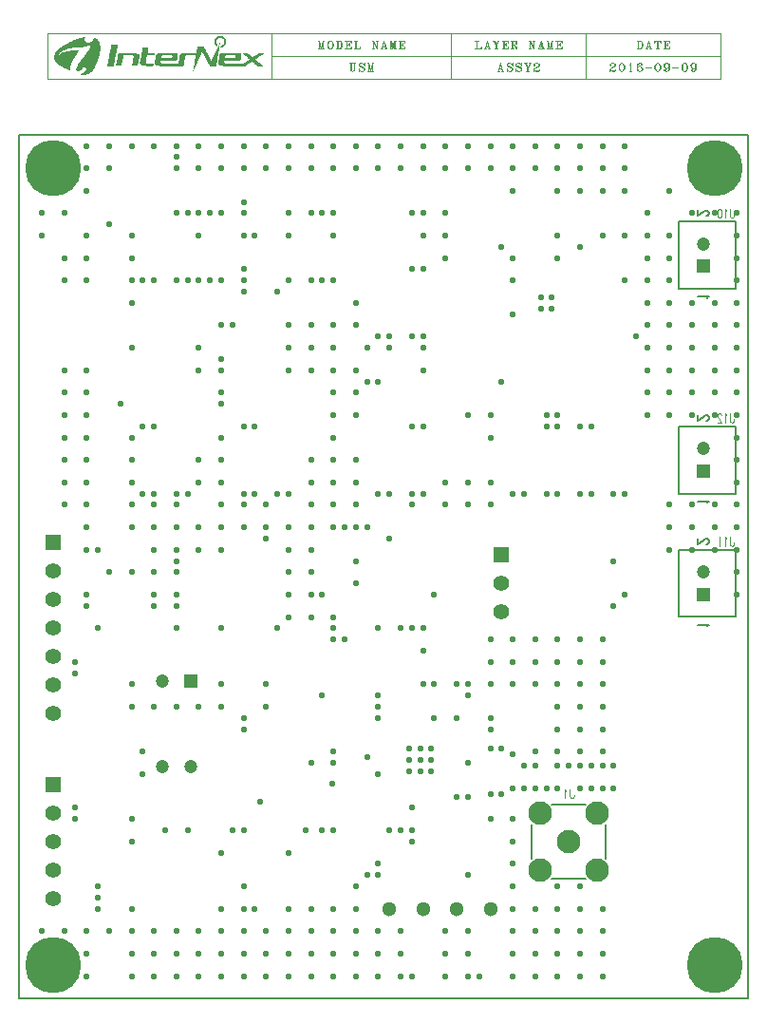
<source format=gbr>
%MOMM*%
%FSLAX33Y33*%
%ADD10C,0.200000*%
%ADD73C,0.203200*%
%ADD125C,0.120000*%
%ADD126C,0.152400*%
%ADD129C,0.080000*%
%ADD144C,1.300000*%
%ADD159C,1.400000*%
%ADD180C,0.550000*%
%ADD181C,5.000000*%
%ADD182R,1.400000X1.400000*%
%ADD183C,1.200000*%
%ADD184R,1.200000X1.200000*%
%ADD185C,2.100000*%
G90*G71*G01*D02*G54D10*X000000Y000000D02*X065000Y000000D01*X065000Y077000D01*
X000000Y077000D01*X000000Y000000D01*X045700Y015500D02*X045700Y012500D01*
X047500Y010700D02*X050500Y010700D01*X052300Y012500D02*X052300Y015500D01*
X050500Y017300D02*X047500Y017300D01*D02*G54D73*X063900Y034010D02*
X058800Y034010D01*X058800Y039990D01*X063900Y039990D01*X063900Y034010D01*
X063900Y045010D02*X058800Y045010D01*X058800Y050990D01*X063900Y050990D01*
X063900Y045010D01*X063900Y063260D02*X058800Y063260D01*X058800Y069240D01*
X063900Y069240D01*X063900Y063260D01*D02*G54D125*X049102Y018650D02*
X049102Y018044D01*X049138Y017923D01*X049174Y017886D01*X049244Y017850D01*
X049320Y017850D01*X049389Y017886D01*X049426Y017923D01*X049462Y018044D01*
X049462Y018117D01*X048760Y018492D02*X048731Y018529D01*X048687Y018638D01*
X048687Y017850D01*X063382Y041150D02*X063382Y040544D01*X063418Y040423D01*
X063454Y040386D01*X063524Y040350D01*X063600Y040350D01*X063669Y040386D01*
X063706Y040423D01*X063742Y040544D01*X063742Y040617D01*X063040Y040992D02*
X063011Y041029D01*X062967Y041138D01*X062967Y040350D01*X062480Y040992D02*
X062451Y041029D01*X062407Y041138D01*X062407Y040350D01*X063382Y052150D02*
X063382Y051544D01*X063418Y051423D01*X063454Y051386D01*X063524Y051350D01*
X063600Y051350D01*X063669Y051386D01*X063706Y051423D01*X063742Y051544D01*
X063742Y051617D01*X063040Y051992D02*X063011Y052029D01*X062967Y052138D01*
X062967Y051350D01*X062597Y051956D02*X062597Y051992D01*X062571Y052065D01*
X062546Y052102D01*X062495Y052150D01*X062389Y052150D01*X062338Y052102D01*
X062313Y052065D01*X062287Y051992D01*X062287Y051920D01*X062313Y051847D01*
X062364Y051726D01*X062622Y051350D01*X062258Y051350D01*X063382Y070400D02*
X063382Y069794D01*X063418Y069673D01*X063454Y069636D01*X063524Y069600D01*
X063600Y069600D01*X063669Y069636D01*X063706Y069673D01*X063742Y069794D01*
X063742Y069867D01*X063040Y070242D02*X063011Y070279D01*X062967Y070388D01*
X062967Y069600D01*X062465Y070388D02*X062546Y070352D01*X062597Y070242D01*
X062622Y070048D01*X062622Y069939D01*X062597Y069745D01*X062546Y069636D01*
X062465Y069600D01*X062415Y069600D01*X062338Y069636D01*X062287Y069745D01*
X062258Y069939D01*X062258Y070048D01*X062287Y070242D01*X062338Y070352D01*
X062415Y070388D01*X062465Y070388D01*D02*G54D126*X061308Y033192D02*
X061354Y033234D01*X061493Y033298D01*X060492Y033298D01*X061262Y040523D02*
X061308Y040523D01*X061400Y040560D01*X061446Y040597D01*X061508Y040671D01*
X061508Y040824D01*X061446Y040898D01*X061400Y040935D01*X061308Y040972D01*
X061216Y040972D01*X061123Y040935D01*X060969Y040861D01*X060492Y040486D01*
X060492Y041014D01*X061308Y044192D02*X061354Y044234D01*X061493Y044298D01*
X060492Y044298D01*X061262Y051523D02*X061308Y051523D01*X061400Y051560D01*
X061446Y051597D01*X061508Y051671D01*X061508Y051824D01*X061446Y051898D01*
X061400Y051935D01*X061308Y051972D01*X061216Y051972D01*X061123Y051935D01*
X060969Y051861D01*X060492Y051486D01*X060492Y052014D01*X061308Y062442D02*
X061354Y062484D01*X061493Y062548D01*X060492Y062548D01*X061262Y069773D02*
X061308Y069773D01*X061400Y069810D01*X061446Y069847D01*X061508Y069921D01*
X061508Y070074D01*X061446Y070148D01*X061400Y070185D01*X061308Y070222D01*
X061216Y070222D01*X061123Y070185D01*X060969Y070111D01*X060492Y069736D01*
X060492Y070264D01*D02*G54D129*X022500Y086000D02*X002500Y086000D01*
X002500Y082000D01*X022500Y082000D01*X022500Y084000D02*X062500Y084000D01*
X038500Y086000D02*X038500Y082000D01*X022500Y086000D02*X062500Y086000D01*
X062500Y082000D02*X022500Y082000D01*X022500Y086000D02*X022500Y082000D01*
X062500Y086000D02*X062500Y082000D01*X050500Y086000D02*X050500Y082000D01*
X052676Y083255D02*X052676Y083218D01*X052713Y083218D01*X052713Y083255D01*
X052676Y083255D01*X052676Y083291D02*X052713Y083291D01*X052749Y083255D01*
X052749Y083218D01*X052713Y083182D01*X052676Y083182D01*X052640Y083218D01*
X052640Y083255D01*X052676Y083327D01*X052713Y083364D01*X052822Y083388D01*
X052973Y083388D01*X053082Y083364D01*X053118Y083327D01*X053160Y083255D01*
X053160Y083182D01*X053118Y083121D01*X053009Y083048D01*X052822Y082976D01*
X052749Y082939D01*X052676Y082867D01*X052640Y082770D01*X052640Y082661D01*
X053082Y083327D02*X053118Y083255D01*X053118Y083182D01*X053082Y083121D01*
X052973Y083388D02*X053046Y083364D01*X053082Y083255D01*X053082Y083182D01*
X053046Y083121D01*X052973Y083048D01*X052822Y082976D01*X052640Y082733D02*
X052676Y082770D01*X052749Y082770D01*X052931Y082733D01*X053082Y082733D01*
X053160Y082770D01*X052749Y082770D02*X052931Y082697D01*X053082Y082697D01*
X053118Y082733D01*X052749Y082770D02*X052931Y082661D01*X053082Y082661D01*
X053118Y082697D01*X053160Y082770D01*X053160Y082830D01*X053658Y083388D02*
X053549Y083364D01*X053476Y083255D01*X053440Y083085D01*X053440Y082976D01*
X053476Y082806D01*X053549Y082697D01*X053658Y082661D01*X053736Y082661D01*
X053846Y082697D01*X053918Y082806D01*X053960Y082976D01*X053960Y083085D01*
X053918Y083255D01*X053846Y083364D01*X053736Y083388D01*X053658Y083388D01*
X053549Y083327D02*X053513Y083255D01*X053476Y083121D01*X053476Y082939D01*
X053513Y082806D01*X053549Y082733D01*X053846Y082733D02*X053882Y082806D01*
X053918Y082939D01*X053918Y083121D01*X053882Y083255D01*X053846Y083327D01*
X053658Y083388D02*X053586Y083364D01*X053549Y083291D01*X053513Y083121D01*
X053513Y082939D01*X053549Y082770D01*X053586Y082697D01*X053658Y082661D01*
X053736Y082661D02*X053809Y082697D01*X053846Y082770D01*X053882Y082939D01*
X053882Y083121D01*X053846Y083291D01*X053809Y083364D01*X053736Y083388D01*
X054474Y083327D02*X054474Y082661D01*X054495Y083327D02*X054495Y082697D01*
X054510Y083388D02*X054510Y082661D01*X054510Y083388D02*X054458Y083291D01*
X054427Y083255D01*X054412Y082661D02*X054578Y082661D01*X054474Y082697D02*
X054443Y082661D01*X054474Y082733D02*X054458Y082661D01*X054510Y082733D02*
X054526Y082661D01*X054510Y082697D02*X054542Y082661D01*X055446Y083291D02*
X055446Y083255D01*X055482Y083255D01*X055482Y083291D01*X055446Y083291D01*
X055482Y083327D02*X055446Y083327D01*X055409Y083291D01*X055409Y083255D01*
X055446Y083218D01*X055482Y083218D01*X055518Y083255D01*X055518Y083291D01*
X055482Y083364D01*X055409Y083388D01*X055300Y083388D01*X055186Y083364D01*
X055113Y083291D01*X055076Y083218D01*X055040Y083085D01*X055040Y082867D01*
X055076Y082770D01*X055149Y082697D01*X055258Y082661D01*X055336Y082661D01*
X055446Y082697D01*X055518Y082770D01*X055560Y082867D01*X055560Y082903D01*
X055518Y083012D01*X055446Y083085D01*X055336Y083121D01*X055258Y083121D01*
X055186Y083085D01*X055149Y083048D01*X055113Y082976D01*X055149Y083291D02*
X055113Y083218D01*X055076Y083085D01*X055076Y082867D01*X055113Y082770D01*
X055149Y082733D01*X055482Y082770D02*X055518Y082830D01*X055518Y082939D01*
X055482Y083012D01*X055300Y083388D02*X055222Y083364D01*X055186Y083327D01*
X055149Y083255D01*X055113Y083121D01*X055113Y082867D01*X055149Y082770D01*
X055186Y082697D01*X055258Y082661D01*X055336Y082661D02*X055409Y082697D01*
X055446Y082733D01*X055482Y082830D01*X055482Y082939D01*X055446Y083048D01*
X055409Y083085D01*X055336Y083121D01*X055840Y083012D02*X056360Y083012D01*
X056360Y082976D01*X055840Y083012D02*X055840Y082976D01*X056360Y082976D01*
X056858Y083388D02*X056749Y083364D01*X056676Y083255D01*X056640Y083085D01*
X056640Y082976D01*X056676Y082806D01*X056749Y082697D01*X056858Y082661D01*
X056936Y082661D01*X057046Y082697D01*X057118Y082806D01*X057160Y082976D01*
X057160Y083085D01*X057118Y083255D01*X057046Y083364D01*X056936Y083388D01*
X056858Y083388D01*X056749Y083327D02*X056713Y083255D01*X056676Y083121D01*
X056676Y082939D01*X056713Y082806D01*X056749Y082733D01*X057046Y082733D02*
X057082Y082806D01*X057118Y082939D01*X057118Y083121D01*X057082Y083255D01*
X057046Y083327D01*X056858Y083388D02*X056786Y083364D01*X056749Y083291D01*
X056713Y083121D01*X056713Y082939D01*X056749Y082770D01*X056786Y082697D01*
X056858Y082661D01*X056936Y082661D02*X057009Y082697D01*X057046Y082770D01*
X057082Y082939D01*X057082Y083121D01*X057046Y083291D01*X057009Y083364D01*
X056936Y083388D01*X057513Y082806D02*X057513Y082770D01*X057549Y082770D01*
X057549Y082806D01*X057513Y082806D01*X057882Y083085D02*X057846Y083012D01*
X057809Y082976D01*X057736Y082939D01*X057658Y082939D01*X057549Y082976D01*
X057476Y083048D01*X057440Y083145D01*X057440Y083182D01*X057476Y083291D01*
X057549Y083364D01*X057658Y083388D01*X057736Y083388D01*X057846Y083364D01*
X057918Y083291D01*X057960Y083182D01*X057960Y082976D01*X057918Y082830D01*
X057882Y082770D01*X057809Y082697D01*X057695Y082661D01*X057586Y082661D01*
X057513Y082697D01*X057476Y082770D01*X057476Y082806D01*X057513Y082830D01*
X057549Y082830D01*X057586Y082806D01*X057586Y082770D01*X057549Y082733D01*
X057513Y082733D01*X057513Y083048D02*X057476Y083121D01*X057476Y083218D01*
X057513Y083291D01*X057846Y083327D02*X057882Y083291D01*X057918Y083182D01*
X057918Y082976D01*X057882Y082830D01*X057846Y082770D01*X057658Y082939D02*
X057586Y082976D01*X057549Y083012D01*X057513Y083121D01*X057513Y083218D01*
X057549Y083327D01*X057586Y083364D01*X057658Y083388D01*X057736Y083388D02*
X057809Y083364D01*X057846Y083291D01*X057882Y083182D01*X057882Y082939D01*
X057846Y082806D01*X057809Y082733D01*X057773Y082697D01*X057695Y082661D01*
X058240Y083012D02*X058760Y083012D01*X058760Y082976D01*X058240Y083012D02*
X058240Y082976D01*X058760Y082976D01*X059258Y083388D02*X059149Y083364D01*
X059076Y083255D01*X059040Y083085D01*X059040Y082976D01*X059076Y082806D01*
X059149Y082697D01*X059258Y082661D01*X059336Y082661D01*X059446Y082697D01*
X059518Y082806D01*X059560Y082976D01*X059560Y083085D01*X059518Y083255D01*
X059446Y083364D01*X059336Y083388D01*X059258Y083388D01*X059149Y083327D02*
X059113Y083255D01*X059076Y083121D01*X059076Y082939D01*X059113Y082806D01*
X059149Y082733D01*X059446Y082733D02*X059482Y082806D01*X059518Y082939D01*
X059518Y083121D01*X059482Y083255D01*X059446Y083327D01*X059258Y083388D02*
X059186Y083364D01*X059149Y083291D01*X059113Y083121D01*X059113Y082939D01*
X059149Y082770D01*X059186Y082697D01*X059258Y082661D01*X059336Y082661D02*
X059409Y082697D01*X059446Y082770D01*X059482Y082939D01*X059482Y083121D01*
X059446Y083291D01*X059409Y083364D01*X059336Y083388D01*X059913Y082806D02*
X059913Y082770D01*X059949Y082770D01*X059949Y082806D01*X059913Y082806D01*
X060282Y083085D02*X060246Y083012D01*X060209Y082976D01*X060136Y082939D01*
X060058Y082939D01*X059949Y082976D01*X059876Y083048D01*X059840Y083145D01*
X059840Y083182D01*X059876Y083291D01*X059949Y083364D01*X060058Y083388D01*
X060136Y083388D01*X060246Y083364D01*X060318Y083291D01*X060360Y083182D01*
X060360Y082976D01*X060318Y082830D01*X060282Y082770D01*X060209Y082697D01*
X060095Y082661D01*X059986Y082661D01*X059913Y082697D01*X059876Y082770D01*
X059876Y082806D01*X059913Y082830D01*X059949Y082830D01*X059986Y082806D01*
X059986Y082770D01*X059949Y082733D01*X059913Y082733D01*X059913Y083048D02*
X059876Y083121D01*X059876Y083218D01*X059913Y083291D01*X060246Y083327D02*
X060282Y083291D01*X060318Y083182D01*X060318Y082976D01*X060282Y082830D01*
X060246Y082770D01*X060058Y082939D02*X059986Y082976D01*X059949Y083012D01*
X059913Y083121D01*X059913Y083218D01*X059949Y083327D01*X059986Y083364D01*
X060058Y083388D01*X060136Y083388D02*X060209Y083364D01*X060246Y083291D01*
X060282Y083182D01*X060282Y082939D01*X060246Y082806D01*X060209Y082733D01*
X060173Y082697D01*X060095Y082661D01*X055128Y085388D02*X055128Y084661D01*
X055160Y085364D02*X055160Y084697D01*X055191Y085388D02*X055191Y084661D01*
X055040Y085388D02*X055342Y085388D01*X055435Y085364D01*X055498Y085291D01*
X055529Y085218D01*X055560Y085121D01*X055560Y084939D01*X055529Y084830D01*
X055498Y084770D01*X055435Y084697D01*X055342Y084661D01*X055040Y084661D01*
X055466Y085291D02*X055498Y085218D01*X055529Y085121D01*X055529Y084939D01*
X055498Y084830D01*X055466Y084770D01*X055342Y085388D02*X055404Y085364D01*
X055466Y085255D01*X055498Y085121D01*X055498Y084939D01*X055466Y084806D01*
X055404Y084697D01*X055342Y084661D01*X055066Y085388D02*X055128Y085364D01*
X055097Y085388D02*X055128Y085327D01*X055222Y085388D02*X055191Y085327D01*
X055253Y085388D02*X055191Y085364D01*X055128Y084697D02*X055066Y084661D01*
X055128Y084733D02*X055097Y084661D01*X055191Y084733D02*X055222Y084661D01*
X055191Y084697D02*X055253Y084661D01*X056100Y085388D02*X055897Y084697D01*
X056069Y085291D02*X056240Y084661D01*X056100Y085291D02*X056272Y084661D01*
X056100Y085388D02*X056298Y084661D01*X055954Y084867D02*X056214Y084867D01*
X055840Y084661D02*X056012Y084661D01*X056157Y084661D02*X056360Y084661D01*
X055897Y084697D02*X055866Y084661D01*X055897Y084697D02*X055954Y084661D01*
X056240Y084697D02*X056183Y084661D01*X056240Y084733D02*X056214Y084661D01*
X056272Y084733D02*X056329Y084661D01*X056640Y085388D02*X056640Y085182D01*
X056864Y085388D02*X056864Y084661D01*X056900Y085364D02*X056900Y084697D01*
X056931Y085388D02*X056931Y084661D01*X057160Y085388D02*X057160Y085182D01*
X056640Y085388D02*X057160Y085388D01*X056770Y084661D02*X057025Y084661D01*
X056671Y085388D02*X056640Y085182D01*X056702Y085388D02*X056640Y085291D01*
X056734Y085388D02*X056640Y085327D01*X056801Y085388D02*X056640Y085364D01*
X056994Y085388D02*X057160Y085364D01*X057061Y085388D02*X057160Y085327D01*
X057092Y085388D02*X057160Y085291D01*X057124Y085388D02*X057160Y085182D01*
X056864Y084697D02*X056801Y084661D01*X056864Y084733D02*X056832Y084661D01*
X056931Y084733D02*X056962Y084661D01*X056931Y084697D02*X056994Y084661D01*
X057534Y085388D02*X057534Y084661D01*X057565Y085364D02*X057565Y084697D01*
X057601Y085388D02*X057601Y084661D01*X057440Y085388D02*X057960Y085388D01*
X057960Y085182D01*X057601Y085048D02*X057794Y085048D01*X057794Y085182D02*
X057794Y084903D01*X057440Y084661D02*X057960Y084661D01*X057960Y084867D01*
X057471Y085388D02*X057534Y085364D01*X057502Y085388D02*X057534Y085327D01*
X057632Y085388D02*X057601Y085327D01*X057664Y085388D02*X057601Y085364D01*
X057794Y085388D02*X057960Y085364D01*X057861Y085388D02*X057960Y085327D01*
X057892Y085388D02*X057960Y085291D01*X057924Y085388D02*X057960Y085182D01*
X057794Y085182D02*X057762Y085048D01*X057794Y084903D01*X057794Y085121D02*
X057731Y085048D01*X057794Y084976D01*X057794Y085085D02*X057664Y085048D01*
X057794Y085012D01*X057534Y084697D02*X057471Y084661D01*X057534Y084733D02*
X057502Y084661D01*X057601Y084733D02*X057632Y084661D01*X057601Y084697D02*
X057664Y084661D01*X057794Y084661D02*X057960Y084697D01*X057861Y084661D02*
X057960Y084733D01*X057892Y084661D02*X057960Y084770D01*X057924Y084661D02*
X057960Y084867D01*X040744Y085388D02*X040744Y084661D01*X040775Y085364D02*
X040775Y084697D01*X040812Y085388D02*X040812Y084661D01*X040640Y085388D02*
X040916Y085388D01*X040640Y084661D02*X041160Y084661D01*X041160Y084867D01*
X040671Y085388D02*X040744Y085364D01*X040708Y085388D02*X040744Y085327D01*
X040848Y085388D02*X040812Y085327D01*X040879Y085388D02*X040812Y085364D01*
X040744Y084697D02*X040671Y084661D01*X040744Y084733D02*X040708Y084661D01*
X040812Y084733D02*X040848Y084661D01*X040812Y084697D02*X040879Y084661D01*
X040983Y084661D02*X041160Y084697D01*X041051Y084661D02*X041160Y084733D01*
X041087Y084661D02*X041160Y084770D01*X041124Y084661D02*X041160Y084867D01*
X041700Y085388D02*X041497Y084697D01*X041669Y085291D02*X041840Y084661D01*
X041700Y085291D02*X041872Y084661D01*X041700Y085388D02*X041898Y084661D01*
X041554Y084867D02*X041814Y084867D01*X041440Y084661D02*X041612Y084661D01*
X041757Y084661D02*X041960Y084661D01*X041497Y084697D02*X041466Y084661D01*
X041497Y084697D02*X041554Y084661D01*X041840Y084697D02*X041783Y084661D01*
X041840Y084733D02*X041814Y084661D01*X041872Y084733D02*X041929Y084661D01*
X042292Y085388D02*X042469Y085012D01*X042469Y084661D01*X042318Y085388D02*
X042495Y085012D01*X042495Y084697D01*X042339Y085388D02*X042526Y085012D01*
X042526Y084661D01*X042677Y085364D02*X042526Y085012D01*X042240Y085388D02*
X042422Y085388D01*X042599Y085388D02*X042760Y085388D01*X042396Y084661D02*
X042599Y084661D01*X042266Y085388D02*X042318Y085364D01*X042396Y085388D02*
X042339Y085364D01*X042630Y085388D02*X042677Y085364D01*X042729Y085388D02*
X042677Y085364D01*X042469Y084697D02*X042422Y084661D01*X042469Y084733D02*
X042443Y084661D01*X042526Y084733D02*X042547Y084661D01*X042526Y084697D02*
X042573Y084661D01*X043134Y085388D02*X043134Y084661D01*X043165Y085364D02*
X043165Y084697D01*X043201Y085388D02*X043201Y084661D01*X043040Y085388D02*
X043560Y085388D01*X043560Y085182D01*X043201Y085048D02*X043394Y085048D01*
X043394Y085182D02*X043394Y084903D01*X043040Y084661D02*X043560Y084661D01*
X043560Y084867D01*X043071Y085388D02*X043134Y085364D01*X043102Y085388D02*
X043134Y085327D01*X043232Y085388D02*X043201Y085327D01*X043264Y085388D02*
X043201Y085364D01*X043394Y085388D02*X043560Y085364D01*X043461Y085388D02*
X043560Y085327D01*X043492Y085388D02*X043560Y085291D01*X043524Y085388D02*
X043560Y085182D01*X043394Y085182D02*X043362Y085048D01*X043394Y084903D01*
X043394Y085121D02*X043331Y085048D01*X043394Y084976D01*X043394Y085085D02*
X043264Y085048D01*X043394Y085012D01*X043134Y084697D02*X043071Y084661D01*
X043134Y084733D02*X043102Y084661D01*X043201Y084733D02*X043232Y084661D01*
X043201Y084697D02*X043264Y084661D01*X043394Y084661D02*X043560Y084697D01*
X043461Y084661D02*X043560Y084733D01*X043492Y084661D02*X043560Y084770D01*
X043524Y084661D02*X043560Y084867D01*X043923Y085388D02*X043923Y084661D01*
X043954Y085364D02*X043954Y084697D01*X043980Y085388D02*X043980Y084661D01*
X043840Y085388D02*X044183Y085388D01*X044272Y085364D01*X044298Y085327D01*
X044329Y085255D01*X044329Y085182D01*X044298Y085121D01*X044272Y085085D01*
X044183Y085048D01*X043980Y085048D01*X044272Y085327D02*X044298Y085255D01*
X044298Y085182D01*X044272Y085121D01*X044183Y085388D02*X044240Y085364D01*
X044272Y085291D01*X044272Y085145D01*X044240Y085085D01*X044183Y085048D01*
X044095Y085048D02*X044157Y085012D01*X044183Y084939D01*X044240Y084733D01*
X044272Y084661D01*X044329Y084661D01*X044360Y084733D01*X044360Y084806D01*
X044240Y084806D02*X044272Y084733D01*X044298Y084697D01*X044329Y084697D01*
X044157Y085012D02*X044183Y084976D01*X044272Y084770D01*X044298Y084733D01*
X044329Y084733D01*X044360Y084770D01*X043840Y084661D02*X044069Y084661D01*
X043866Y085388D02*X043923Y085364D01*X043897Y085388D02*X043923Y085327D01*
X044012Y085388D02*X043980Y085327D01*X044038Y085388D02*X043980Y085364D01*
X043923Y084697D02*X043866Y084661D01*X043923Y084733D02*X043897Y084661D01*
X043980Y084733D02*X044012Y084661D01*X043980Y084697D02*X044038Y084661D01*
X045513Y085388D02*X045513Y084697D01*X045513Y085388D02*X045877Y084661D01*
X045544Y085388D02*X045851Y084770D01*X045565Y085388D02*X045877Y084770D01*
X045877Y085364D02*X045877Y084661D01*X045440Y085388D02*X045565Y085388D01*
X045804Y085388D02*X045960Y085388D01*X045440Y084661D02*X045591Y084661D01*
X045461Y085388D02*X045513Y085364D01*X045830Y085388D02*X045877Y085364D01*
X045934Y085388D02*X045877Y085364D01*X045513Y084697D02*X045461Y084661D01*
X045513Y084697D02*X045565Y084661D01*X046500Y085388D02*X046297Y084697D01*
X046469Y085291D02*X046640Y084661D01*X046500Y085291D02*X046672Y084661D01*
X046500Y085388D02*X046698Y084661D01*X046354Y084867D02*X046614Y084867D01*
X046240Y084661D02*X046412Y084661D01*X046557Y084661D02*X046760Y084661D01*
X046297Y084697D02*X046266Y084661D01*X046297Y084697D02*X046354Y084661D01*
X046640Y084697D02*X046583Y084661D01*X046640Y084733D02*X046614Y084661D01*
X046672Y084733D02*X046729Y084661D01*X047108Y085388D02*X047108Y084697D01*
X047108Y085388D02*X047274Y084661D01*X047134Y085388D02*X047274Y084770D01*
X047154Y085388D02*X047295Y084770D01*X047440Y085388D02*X047274Y084661D01*
X047440Y085388D02*X047440Y084661D01*X047461Y085364D02*X047461Y084697D01*
X047487Y085388D02*X047487Y084661D01*X047040Y085388D02*X047154Y085388D01*
X047440Y085388D02*X047560Y085388D01*X047040Y084661D02*X047180Y084661D01*
X047368Y084661D02*X047560Y084661D01*X047061Y085388D02*X047108Y085364D01*
X047508Y085388D02*X047487Y085327D01*X047534Y085388D02*X047487Y085364D01*
X047108Y084697D02*X047061Y084661D01*X047108Y084697D02*X047154Y084661D01*
X047440Y084697D02*X047394Y084661D01*X047440Y084733D02*X047414Y084661D01*
X047487Y084733D02*X047508Y084661D01*X047487Y084697D02*X047534Y084661D01*
X047934Y085388D02*X047934Y084661D01*X047965Y085364D02*X047965Y084697D01*
X048001Y085388D02*X048001Y084661D01*X047840Y085388D02*X048360Y085388D01*
X048360Y085182D01*X048001Y085048D02*X048194Y085048D01*X048194Y085182D02*
X048194Y084903D01*X047840Y084661D02*X048360Y084661D01*X048360Y084867D01*
X047871Y085388D02*X047934Y085364D01*X047902Y085388D02*X047934Y085327D01*
X048032Y085388D02*X048001Y085327D01*X048064Y085388D02*X048001Y085364D01*
X048194Y085388D02*X048360Y085364D01*X048261Y085388D02*X048360Y085327D01*
X048292Y085388D02*X048360Y085291D01*X048324Y085388D02*X048360Y085182D01*
X048194Y085182D02*X048162Y085048D01*X048194Y084903D01*X048194Y085121D02*
X048131Y085048D01*X048194Y084976D01*X048194Y085085D02*X048064Y085048D01*
X048194Y085012D01*X047934Y084697D02*X047871Y084661D01*X047934Y084733D02*
X047902Y084661D01*X048001Y084733D02*X048032Y084661D01*X048001Y084697D02*
X048064Y084661D01*X048194Y084661D02*X048360Y084697D01*X048261Y084661D02*
X048360Y084733D01*X048292Y084661D02*X048360Y084770D01*X048324Y084661D02*
X048360Y084867D01*X026708Y085388D02*X026708Y084697D01*X026708Y085388D02*
X026874Y084661D01*X026734Y085388D02*X026874Y084770D01*X026754Y085388D02*
X026895Y084770D01*X027040Y085388D02*X026874Y084661D01*X027040Y085388D02*
X027040Y084661D01*X027061Y085364D02*X027061Y084697D01*X027087Y085388D02*
X027087Y084661D01*X026640Y085388D02*X026754Y085388D01*X027040Y085388D02*
X027160Y085388D01*X026640Y084661D02*X026780Y084661D01*X026968Y084661D02*
X027160Y084661D01*X026661Y085388D02*X026708Y085364D01*X027108Y085388D02*
X027087Y085327D01*X027134Y085388D02*X027087Y085364D01*X026708Y084697D02*
X026661Y084661D01*X026708Y084697D02*X026754Y084661D01*X027040Y084697D02*
X026994Y084661D01*X027040Y084733D02*X027014Y084661D01*X027087Y084733D02*
X027108Y084661D01*X027087Y084697D02*X027134Y084661D01*X027664Y085388D02*
X027570Y085364D01*X027502Y085291D01*X027471Y085218D01*X027440Y085085D01*
X027440Y084976D01*X027471Y084830D01*X027502Y084770D01*X027570Y084697D01*
X027664Y084661D01*X027731Y084661D01*X027830Y084697D01*X027892Y084770D01*
X027924Y084830D01*X027960Y084976D01*X027960Y085085D01*X027924Y085218D01*
X027892Y085291D01*X027830Y085364D01*X027731Y085388D01*X027664Y085388D01*
X027534Y085291D02*X027502Y085218D01*X027471Y085121D01*X027471Y084939D01*
X027502Y084830D01*X027534Y084770D01*X027861Y084770D02*X027892Y084830D01*
X027924Y084939D01*X027924Y085121D01*X027892Y085218D01*X027861Y085291D01*
X027664Y085388D02*X027601Y085364D01*X027534Y085255D01*X027502Y085121D01*
X027502Y084939D01*X027534Y084806D01*X027601Y084697D01*X027664Y084661D01*
X027731Y084661D02*X027794Y084697D01*X027861Y084806D01*X027892Y084939D01*
X027892Y085121D01*X027861Y085255D01*X027794Y085364D01*X027731Y085388D01*
X028328Y085388D02*X028328Y084661D01*X028360Y085364D02*X028360Y084697D01*
X028391Y085388D02*X028391Y084661D01*X028240Y085388D02*X028542Y085388D01*
X028635Y085364D01*X028698Y085291D01*X028729Y085218D01*X028760Y085121D01*
X028760Y084939D01*X028729Y084830D01*X028698Y084770D01*X028635Y084697D01*
X028542Y084661D01*X028240Y084661D01*X028666Y085291D02*X028698Y085218D01*
X028729Y085121D01*X028729Y084939D01*X028698Y084830D01*X028666Y084770D01*
X028542Y085388D02*X028604Y085364D01*X028666Y085255D01*X028698Y085121D01*
X028698Y084939D01*X028666Y084806D01*X028604Y084697D01*X028542Y084661D01*
X028266Y085388D02*X028328Y085364D01*X028297Y085388D02*X028328Y085327D01*
X028422Y085388D02*X028391Y085327D01*X028453Y085388D02*X028391Y085364D01*
X028328Y084697D02*X028266Y084661D01*X028328Y084733D02*X028297Y084661D01*
X028391Y084733D02*X028422Y084661D01*X028391Y084697D02*X028453Y084661D01*
X029134Y085388D02*X029134Y084661D01*X029165Y085364D02*X029165Y084697D01*
X029201Y085388D02*X029201Y084661D01*X029040Y085388D02*X029560Y085388D01*
X029560Y085182D01*X029201Y085048D02*X029394Y085048D01*X029394Y085182D02*
X029394Y084903D01*X029040Y084661D02*X029560Y084661D01*X029560Y084867D01*
X029071Y085388D02*X029134Y085364D01*X029102Y085388D02*X029134Y085327D01*
X029232Y085388D02*X029201Y085327D01*X029264Y085388D02*X029201Y085364D01*
X029394Y085388D02*X029560Y085364D01*X029461Y085388D02*X029560Y085327D01*
X029492Y085388D02*X029560Y085291D01*X029524Y085388D02*X029560Y085182D01*
X029394Y085182D02*X029362Y085048D01*X029394Y084903D01*X029394Y085121D02*
X029331Y085048D01*X029394Y084976D01*X029394Y085085D02*X029264Y085048D01*
X029394Y085012D01*X029134Y084697D02*X029071Y084661D01*X029134Y084733D02*
X029102Y084661D01*X029201Y084733D02*X029232Y084661D01*X029201Y084697D02*
X029264Y084661D01*X029394Y084661D02*X029560Y084697D01*X029461Y084661D02*
X029560Y084733D01*X029492Y084661D02*X029560Y084770D01*X029524Y084661D02*
X029560Y084867D01*X029944Y085388D02*X029944Y084661D01*X029975Y085364D02*
X029975Y084697D01*X030012Y085388D02*X030012Y084661D01*X029840Y085388D02*
X030116Y085388D01*X029840Y084661D02*X030360Y084661D01*X030360Y084867D01*
X029871Y085388D02*X029944Y085364D01*X029908Y085388D02*X029944Y085327D01*
X030048Y085388D02*X030012Y085327D01*X030079Y085388D02*X030012Y085364D01*
X029944Y084697D02*X029871Y084661D01*X029944Y084733D02*X029908Y084661D01*
X030012Y084733D02*X030048Y084661D01*X030012Y084697D02*X030079Y084661D01*
X030183Y084661D02*X030360Y084697D01*X030251Y084661D02*X030360Y084733D01*
X030287Y084661D02*X030360Y084770D01*X030324Y084661D02*X030360Y084867D01*
X031513Y085388D02*X031513Y084697D01*X031513Y085388D02*X031877Y084661D01*
X031544Y085388D02*X031851Y084770D01*X031565Y085388D02*X031877Y084770D01*
X031877Y085364D02*X031877Y084661D01*X031440Y085388D02*X031565Y085388D01*
X031804Y085388D02*X031960Y085388D01*X031440Y084661D02*X031591Y084661D01*
X031461Y085388D02*X031513Y085364D01*X031830Y085388D02*X031877Y085364D01*
X031934Y085388D02*X031877Y085364D01*X031513Y084697D02*X031461Y084661D01*
X031513Y084697D02*X031565Y084661D01*X032500Y085388D02*X032297Y084697D01*
X032469Y085291D02*X032640Y084661D01*X032500Y085291D02*X032672Y084661D01*
X032500Y085388D02*X032698Y084661D01*X032354Y084867D02*X032614Y084867D01*
X032240Y084661D02*X032412Y084661D01*X032557Y084661D02*X032760Y084661D01*
X032297Y084697D02*X032266Y084661D01*X032297Y084697D02*X032354Y084661D01*
X032640Y084697D02*X032583Y084661D01*X032640Y084733D02*X032614Y084661D01*
X032672Y084733D02*X032729Y084661D01*X033108Y085388D02*X033108Y084697D01*
X033108Y085388D02*X033274Y084661D01*X033134Y085388D02*X033274Y084770D01*
X033154Y085388D02*X033295Y084770D01*X033440Y085388D02*X033274Y084661D01*
X033440Y085388D02*X033440Y084661D01*X033461Y085364D02*X033461Y084697D01*
X033487Y085388D02*X033487Y084661D01*X033040Y085388D02*X033154Y085388D01*
X033440Y085388D02*X033560Y085388D01*X033040Y084661D02*X033180Y084661D01*
X033368Y084661D02*X033560Y084661D01*X033061Y085388D02*X033108Y085364D01*
X033508Y085388D02*X033487Y085327D01*X033534Y085388D02*X033487Y085364D01*
X033108Y084697D02*X033061Y084661D01*X033108Y084697D02*X033154Y084661D01*
X033440Y084697D02*X033394Y084661D01*X033440Y084733D02*X033414Y084661D01*
X033487Y084733D02*X033508Y084661D01*X033487Y084697D02*X033534Y084661D01*
X033934Y085388D02*X033934Y084661D01*X033965Y085364D02*X033965Y084697D01*
X034001Y085388D02*X034001Y084661D01*X033840Y085388D02*X034360Y085388D01*
X034360Y085182D01*X034001Y085048D02*X034194Y085048D01*X034194Y085182D02*
X034194Y084903D01*X033840Y084661D02*X034360Y084661D01*X034360Y084867D01*
X033871Y085388D02*X033934Y085364D01*X033902Y085388D02*X033934Y085327D01*
X034032Y085388D02*X034001Y085327D01*X034064Y085388D02*X034001Y085364D01*
X034194Y085388D02*X034360Y085364D01*X034261Y085388D02*X034360Y085327D01*
X034292Y085388D02*X034360Y085291D01*X034324Y085388D02*X034360Y085182D01*
X034194Y085182D02*X034162Y085048D01*X034194Y084903D01*X034194Y085121D02*
X034131Y085048D01*X034194Y084976D01*X034194Y085085D02*X034064Y085048D01*
X034194Y085012D01*X033934Y084697D02*X033871Y084661D01*X033934Y084733D02*
X033902Y084661D01*X034001Y084733D02*X034032Y084661D01*X034001Y084697D02*
X034064Y084661D01*X034194Y084661D02*X034360Y084697D01*X034261Y084661D02*
X034360Y084733D01*X034292Y084661D02*X034360Y084770D01*X034324Y084661D02*
X034360Y084867D01*X029513Y083388D02*X029513Y082867D01*X029539Y082770D01*
X029591Y082697D01*X029674Y082661D01*X029721Y082661D01*X029804Y082697D01*
X029851Y082770D01*X029877Y082867D01*X029877Y083364D01*X029539Y083364D02*
X029539Y082830D01*X029570Y082770D01*X029570Y083388D02*X029570Y082830D01*
X029591Y082733D01*X029617Y082697D01*X029674Y082661D01*X029440Y083388D02*
X029643Y083388D01*X029804Y083388D02*X029960Y083388D01*X029461Y083388D02*
X029513Y083364D01*X029487Y083388D02*X029513Y083327D01*X029591Y083388D02*
X029570Y083327D01*X029617Y083388D02*X029570Y083364D01*X029825Y083388D02*
X029877Y083364D01*X029934Y083388D02*X029877Y083364D01*X030718Y083291D02*
X030760Y083388D01*X030760Y083182D01*X030718Y083291D01*X030646Y083364D01*
X030531Y083388D01*X030422Y083388D01*X030313Y083364D01*X030240Y083291D01*
X030240Y083182D01*X030276Y083121D01*X030386Y083048D01*X030609Y082976D01*
X030682Y082939D01*X030718Y082867D01*X030718Y082770D01*X030682Y082697D01*
X030276Y083182D02*X030313Y083121D01*X030386Y083085D01*X030609Y083012D01*
X030682Y082976D01*X030718Y082903D01*X030313Y083364D02*X030276Y083291D01*
X030276Y083218D01*X030313Y083145D01*X030386Y083121D01*X030609Y083048D01*
X030718Y082976D01*X030760Y082903D01*X030760Y082806D01*X030718Y082733D01*
X030682Y082697D01*X030573Y082661D01*X030458Y082661D01*X030349Y082697D01*
X030276Y082770D01*X030240Y082867D01*X030240Y082661D01*X030276Y082770D01*
X031108Y083388D02*X031108Y082697D01*X031108Y083388D02*X031274Y082661D01*
X031134Y083388D02*X031274Y082770D01*X031154Y083388D02*X031295Y082770D01*
X031440Y083388D02*X031274Y082661D01*X031440Y083388D02*X031440Y082661D01*
X031461Y083364D02*X031461Y082697D01*X031487Y083388D02*X031487Y082661D01*
X031040Y083388D02*X031154Y083388D01*X031440Y083388D02*X031560Y083388D01*
X031040Y082661D02*X031180Y082661D01*X031368Y082661D02*X031560Y082661D01*
X031061Y083388D02*X031108Y083364D01*X031508Y083388D02*X031487Y083327D01*
X031534Y083388D02*X031487Y083364D01*X031108Y082697D02*X031061Y082661D01*
X031108Y082697D02*X031154Y082661D01*X031440Y082697D02*X031394Y082661D01*
X031440Y082733D02*X031414Y082661D01*X031487Y082733D02*X031508Y082661D01*
X031487Y082697D02*X031534Y082661D01*X042900Y083388D02*X042697Y082697D01*
X042869Y083291D02*X043040Y082661D01*X042900Y083291D02*X043072Y082661D01*
X042900Y083388D02*X043098Y082661D01*X042754Y082867D02*X043014Y082867D01*
X042640Y082661D02*X042812Y082661D01*X042957Y082661D02*X043160Y082661D01*
X042697Y082697D02*X042666Y082661D01*X042697Y082697D02*X042754Y082661D01*
X043040Y082697D02*X042983Y082661D01*X043040Y082733D02*X043014Y082661D01*
X043072Y082733D02*X043129Y082661D01*X043918Y083291D02*X043960Y083388D01*
X043960Y083182D01*X043918Y083291D01*X043846Y083364D01*X043731Y083388D01*
X043622Y083388D01*X043513Y083364D01*X043440Y083291D01*X043440Y083182D01*
X043476Y083121D01*X043586Y083048D01*X043809Y082976D01*X043882Y082939D01*
X043918Y082867D01*X043918Y082770D01*X043882Y082697D01*X043476Y083182D02*
X043513Y083121D01*X043586Y083085D01*X043809Y083012D01*X043882Y082976D01*
X043918Y082903D01*X043513Y083364D02*X043476Y083291D01*X043476Y083218D01*
X043513Y083145D01*X043586Y083121D01*X043809Y083048D01*X043918Y082976D01*
X043960Y082903D01*X043960Y082806D01*X043918Y082733D01*X043882Y082697D01*
X043773Y082661D01*X043658Y082661D01*X043549Y082697D01*X043476Y082770D01*
X043440Y082867D01*X043440Y082661D01*X043476Y082770D01*X044718Y083291D02*
X044760Y083388D01*X044760Y083182D01*X044718Y083291D01*X044646Y083364D01*
X044531Y083388D01*X044422Y083388D01*X044313Y083364D01*X044240Y083291D01*
X044240Y083182D01*X044276Y083121D01*X044386Y083048D01*X044609Y082976D01*
X044682Y082939D01*X044718Y082867D01*X044718Y082770D01*X044682Y082697D01*
X044276Y083182D02*X044313Y083121D01*X044386Y083085D01*X044609Y083012D01*
X044682Y082976D01*X044718Y082903D01*X044313Y083364D02*X044276Y083291D01*
X044276Y083218D01*X044313Y083145D01*X044386Y083121D01*X044609Y083048D01*
X044718Y082976D01*X044760Y082903D01*X044760Y082806D01*X044718Y082733D01*
X044682Y082697D01*X044573Y082661D01*X044458Y082661D01*X044349Y082697D01*
X044276Y082770D01*X044240Y082867D01*X044240Y082661D01*X044276Y082770D01*
X045092Y083388D02*X045269Y083012D01*X045269Y082661D01*X045118Y083388D02*
X045295Y083012D01*X045295Y082697D01*X045139Y083388D02*X045326Y083012D01*
X045326Y082661D01*X045477Y083364D02*X045326Y083012D01*X045040Y083388D02*
X045222Y083388D01*X045399Y083388D02*X045560Y083388D01*X045196Y082661D02*
X045399Y082661D01*X045066Y083388D02*X045118Y083364D01*X045196Y083388D02*
X045139Y083364D01*X045430Y083388D02*X045477Y083364D01*X045529Y083388D02*
X045477Y083364D01*X045269Y082697D02*X045222Y082661D01*X045269Y082733D02*
X045243Y082661D01*X045326Y082733D02*X045347Y082661D01*X045326Y082697D02*
X045373Y082661D01*X045876Y083255D02*X045876Y083218D01*X045913Y083218D01*
X045913Y083255D01*X045876Y083255D01*X045876Y083291D02*X045913Y083291D01*
X045949Y083255D01*X045949Y083218D01*X045913Y083182D01*X045876Y083182D01*
X045840Y083218D01*X045840Y083255D01*X045876Y083327D01*X045913Y083364D01*
X046022Y083388D01*X046173Y083388D01*X046282Y083364D01*X046318Y083327D01*
X046360Y083255D01*X046360Y083182D01*X046318Y083121D01*X046209Y083048D01*
X046022Y082976D01*X045949Y082939D01*X045876Y082867D01*X045840Y082770D01*
X045840Y082661D01*X046282Y083327D02*X046318Y083255D01*X046318Y083182D01*
X046282Y083121D01*X046173Y083388D02*X046246Y083364D01*X046282Y083255D01*
X046282Y083182D01*X046246Y083121D01*X046173Y083048D01*X046022Y082976D01*
X045840Y082733D02*X045876Y082770D01*X045949Y082770D01*X046131Y082733D01*
X046282Y082733D01*X046360Y082770D01*X045949Y082770D02*X046131Y082697D01*
X046282Y082697D01*X046318Y082733D01*X045949Y082770D02*X046131Y082661D01*
X046282Y082661D01*X046318Y082697D01*X046360Y082770D01*X046360Y082830D01*
X000000Y000000D02*D02*G54D144*X033000Y008000D03*X036000Y008000D03*
X039000Y008000D03*X042000Y008000D03*D02*G54D159*X003000Y011460D03*
X003000Y008920D03*X003000Y014000D03*X003000Y016540D03*X003000Y027920D03*
X003000Y025380D03*X003000Y033000D03*X003000Y030460D03*X003000Y035540D03*
X043000Y034460D03*X043000Y037000D03*X003000Y038080D03*D02*G54D180*
X010000Y002000D03*X006000Y002000D03*X012000Y002000D03*X014000Y002000D03*
X016000Y002000D03*X018000Y002000D03*X020000Y002000D03*X022000Y002000D03*
X024000Y002000D03*X026000Y002000D03*X028000Y002000D03*X030000Y002000D03*
X032000Y002000D03*X034000Y002000D03*X035000Y002000D03*X038000Y002000D03*
X040000Y002000D03*X041000Y002000D03*X044000Y002000D03*X046000Y002000D03*
X048000Y002000D03*X052000Y002000D03*X050000Y002000D03*X004000Y006000D03*
X002000Y006000D03*X010000Y006000D03*X010000Y004000D03*X008000Y006000D03*
X006000Y006000D03*X006000Y004000D03*X012000Y004000D03*X014000Y004000D03*
X016000Y004000D03*X012000Y006000D03*X014000Y006000D03*X016000Y006000D03*
X018000Y004000D03*X020000Y004000D03*X018000Y006000D03*X020000Y006000D03*
X022000Y006000D03*X022000Y004000D03*X024000Y006000D03*X026000Y006000D03*
X028000Y006000D03*X024000Y004000D03*X026000Y004000D03*X028000Y004000D03*
X030000Y006000D03*X030000Y004000D03*X032000Y006000D03*X032000Y004000D03*
X034000Y006000D03*X034000Y004000D03*X040000Y006000D03*X038000Y006000D03*
X038000Y004000D03*X040000Y004000D03*X044000Y006000D03*X044000Y004000D03*
X046000Y004000D03*X046000Y006000D03*X048000Y004000D03*X048000Y006000D03*
X052000Y006000D03*X050000Y004000D03*X050000Y006000D03*X052000Y004000D03*
X007000Y008000D03*X010000Y008000D03*X007000Y009000D03*X007000Y010000D03*
X020000Y008000D03*X018000Y008000D03*X020000Y010000D03*X021000Y008000D03*
X024000Y008000D03*X026000Y008000D03*X028000Y008000D03*X032000Y011000D03*
X031000Y011000D03*X030000Y008000D03*X030000Y010000D03*X040000Y011000D03*
X044000Y008000D03*X046000Y008000D03*X048000Y008000D03*X044000Y010000D03*
X048000Y010000D03*X050000Y008000D03*X052000Y008000D03*X050000Y010000D03*
X010000Y014000D03*X013000Y015000D03*X015000Y015000D03*X020000Y015000D03*
X019000Y015000D03*X018000Y013000D03*X025500Y015000D03*X028000Y015000D03*
X027000Y015000D03*X024000Y013000D03*X034000Y015000D03*X032000Y012000D03*
X035000Y015000D03*X035000Y014000D03*X033000Y015000D03*X044000Y014000D03*
X044000Y012000D03*X005000Y017000D03*X010000Y016000D03*X005000Y016000D03*
X021500Y017500D03*X027875Y019125D03*X035000Y017000D03*X042000Y018250D03*
X042000Y016000D03*X039000Y018000D03*X040000Y018000D03*X048000Y018750D03*
X047000Y018750D03*X046000Y018750D03*X045000Y018750D03*X044000Y018750D03*
X043000Y018250D03*X044000Y016000D03*X053000Y018750D03*X050000Y018750D03*
X051000Y018750D03*X052000Y018750D03*X011000Y022000D03*X011000Y020000D03*
X020000Y024000D03*X026000Y021000D03*X028000Y021000D03*X028000Y022000D03*
X031000Y021500D03*X032000Y020000D03*X034750Y021250D03*X034750Y020250D03*
X035750Y020250D03*X034750Y022250D03*X035750Y022250D03*X035750Y021250D03*
X040000Y021000D03*X042000Y024000D03*X042000Y022250D03*X036750Y021250D03*
X036750Y020250D03*X036750Y022250D03*X043000Y022250D03*X044000Y021750D03*
X048000Y024000D03*X048000Y022000D03*X046000Y022000D03*X048000Y020750D03*
X046000Y020750D03*X045000Y020750D03*X052000Y024000D03*X050000Y024000D03*
X050000Y022000D03*X052000Y022000D03*X049000Y020750D03*X050000Y020750D03*
X051000Y020750D03*X052000Y020750D03*X053000Y020750D03*X010000Y026000D03*
X010000Y028000D03*X016000Y026000D03*X014000Y026000D03*X012000Y026000D03*
X022000Y028000D03*X022000Y026000D03*X018000Y028000D03*X018000Y026000D03*
X020000Y025000D03*X027000Y027000D03*X036000Y028000D03*X032000Y026000D03*
X032000Y027000D03*X032000Y025000D03*X040000Y028000D03*X040000Y027000D03*
X037000Y025000D03*X039000Y025000D03*X039000Y028000D03*X042000Y028000D03*
X037000Y028000D03*X042000Y025000D03*X044000Y028000D03*X046000Y028000D03*
X048000Y028000D03*X048000Y026000D03*X050000Y028000D03*X052000Y028000D03*
X050000Y026000D03*X052000Y026000D03*X005000Y030000D03*X005000Y029000D03*
X028000Y032000D03*X029000Y032000D03*X036000Y031000D03*X042000Y032000D03*
X042000Y030000D03*X044000Y032000D03*X046000Y032000D03*X048000Y032000D03*
X044000Y030000D03*X046000Y030000D03*X048000Y030000D03*X050000Y032000D03*
X050000Y030000D03*X052000Y032000D03*X052000Y030000D03*X006000Y036000D03*
X006000Y035000D03*X007000Y033000D03*X012000Y035000D03*X012000Y036000D03*
X014000Y036000D03*X014000Y033000D03*X014000Y035000D03*X018000Y033000D03*
X023000Y033000D03*X027000Y036000D03*X024000Y036000D03*X026000Y036000D03*
X026000Y034000D03*X024000Y034000D03*X028000Y034000D03*X028000Y033000D03*
X034000Y033000D03*X035000Y033000D03*X036000Y033000D03*X032000Y033000D03*
X037000Y036000D03*X054000Y036000D03*X053000Y035000D03*X064000Y036000D03*
X008000Y038000D03*X010000Y038000D03*X007000Y040000D03*X006000Y040000D03*
X012000Y038000D03*X012000Y040000D03*X014000Y040000D03*X016000Y040000D03*
X014000Y038000D03*X014000Y039000D03*X018000Y040000D03*X022000Y041000D03*
X026000Y038000D03*X024000Y038000D03*X024000Y040000D03*X026000Y040000D03*
X030000Y037000D03*X033000Y041000D03*X030000Y039000D03*X053000Y039000D03*
X060000Y040000D03*X058000Y040000D03*X062000Y040000D03*X064000Y040000D03*
X064000Y038000D03*X004000Y044000D03*X011000Y045000D03*X006000Y044000D03*
X006000Y042000D03*X010000Y044000D03*X010000Y042000D03*X012000Y045000D03*
X014000Y045000D03*X015000Y045000D03*X012000Y044000D03*X014000Y044000D03*
X016000Y042000D03*X014000Y042000D03*X012000Y042000D03*X020000Y045000D03*
X021000Y045000D03*X023000Y045000D03*X022000Y044000D03*X020000Y044000D03*
X018000Y044000D03*X022000Y042000D03*X020000Y042000D03*X018000Y042000D03*
X024000Y045000D03*X026000Y044000D03*X028000Y044000D03*X026000Y042000D03*
X024000Y042000D03*X028000Y042000D03*X029000Y042000D03*X035000Y045000D03*
X036000Y045000D03*X032000Y045000D03*X033000Y045000D03*X030000Y044000D03*
X031000Y042000D03*X035000Y044000D03*X030000Y042000D03*X042000Y044000D03*
X040000Y044000D03*X038000Y044000D03*X047000Y045000D03*X048000Y045000D03*
X044000Y045000D03*X045000Y045000D03*X051000Y045000D03*X050000Y045000D03*
X054000Y045000D03*X053000Y045000D03*X058000Y042000D03*X058000Y044000D03*
X060000Y044000D03*X060000Y042000D03*X062000Y044000D03*X062000Y042000D03*
X064000Y042000D03*X064000Y044000D03*X004000Y046000D03*X004000Y048000D03*
X006000Y048000D03*X006000Y046000D03*X010000Y046000D03*X010000Y048000D03*
X016000Y046000D03*X016000Y048000D03*X018000Y046000D03*X018000Y048000D03*
X028000Y046000D03*X026000Y046000D03*X028000Y048000D03*X026000Y048000D03*
X030000Y046000D03*X030000Y048000D03*X042000Y046000D03*X040000Y046000D03*
X038000Y046000D03*X064000Y046000D03*X064000Y048000D03*X004000Y050000D03*
X004000Y054000D03*X004000Y052000D03*X006000Y054000D03*X006000Y052000D03*
X006000Y050000D03*X010000Y050000D03*X009000Y053000D03*X011000Y051000D03*
X012000Y051000D03*X018000Y050000D03*X018000Y054000D03*X018000Y053000D03*
X020000Y051000D03*X021000Y051000D03*X028000Y050000D03*X028000Y052000D03*
X028000Y054000D03*X030000Y054000D03*X030000Y052000D03*X035000Y051000D03*
X036000Y051000D03*X040000Y052000D03*X042000Y052000D03*X042000Y050000D03*
X048000Y052000D03*X047000Y052000D03*X048000Y051000D03*X047000Y051000D03*
X050000Y051000D03*X051000Y051000D03*X056000Y052000D03*X058000Y052000D03*
X060000Y052000D03*X056000Y054000D03*X058000Y054000D03*X060000Y054000D03*
X064000Y050000D03*X062000Y052000D03*X064000Y052000D03*X062000Y054000D03*
X064000Y054000D03*X004000Y056000D03*X006000Y056000D03*X010000Y058000D03*
X016000Y058000D03*X016000Y056000D03*X018000Y056000D03*X018000Y057000D03*
X028000Y056000D03*X026000Y056000D03*X028000Y058000D03*X026000Y058000D03*
X024000Y058000D03*X024000Y056000D03*X033000Y058000D03*X031000Y058000D03*
X036000Y056000D03*X036000Y058000D03*X030000Y056000D03*X032000Y055000D03*
X031000Y055000D03*X043000Y055000D03*X060000Y056000D03*X056000Y058000D03*
X058000Y058000D03*X060000Y058000D03*X056000Y056000D03*X058000Y056000D03*
X062000Y056000D03*X064000Y056000D03*X062000Y058000D03*X064000Y058000D03*
X010000Y062000D03*X019000Y060000D03*X018000Y060000D03*X028000Y060000D03*
X026000Y060000D03*X024000Y060000D03*X035000Y059000D03*X036000Y059000D03*
X033000Y059000D03*X032000Y059000D03*X030000Y060000D03*X030000Y062000D03*
X044000Y061000D03*X047500Y062500D03*X046500Y062500D03*X046500Y061500D03*
X047500Y061500D03*X056000Y060000D03*X058000Y060000D03*X060000Y060000D03*
X056000Y062000D03*X058000Y062000D03*X060000Y062000D03*X055000Y059000D03*
X062000Y060000D03*X064000Y060000D03*X062000Y062000D03*X064000Y062000D03*
X004000Y064000D03*X004000Y066000D03*X011000Y064000D03*X010000Y066000D03*
X010000Y064000D03*X006000Y066000D03*X006000Y064000D03*X017000Y064000D03*
X014000Y064000D03*X015000Y064000D03*X012000Y064000D03*X016000Y064000D03*
X020000Y064000D03*X018000Y064000D03*X023000Y063000D03*X020000Y063000D03*
X020000Y065000D03*X024000Y064000D03*X027000Y064000D03*X026000Y064000D03*
X028000Y064000D03*X036000Y065000D03*X035000Y065000D03*X038000Y066000D03*
X043000Y067000D03*X044000Y066000D03*X044000Y064000D03*X048000Y066000D03*
X054000Y064000D03*X050000Y067000D03*X056000Y064000D03*X058000Y064000D03*
X056000Y066000D03*X058000Y066000D03*X064000Y064000D03*X064000Y066000D03*
X004000Y070000D03*X002000Y070000D03*X002000Y068000D03*X010000Y068000D03*
X006000Y068000D03*X008000Y069000D03*X016000Y070000D03*X016000Y068000D03*
X017000Y070000D03*X015000Y070000D03*X014000Y070000D03*X020000Y068000D03*
X020000Y070000D03*X021000Y068000D03*X020000Y071000D03*X018000Y070000D03*
X028000Y070000D03*X028000Y068000D03*X024000Y068000D03*X024000Y070000D03*
X027000Y070000D03*X026000Y070000D03*X036000Y070000D03*X036000Y068000D03*
X035000Y070000D03*X038000Y070000D03*X038000Y068000D03*X048000Y068000D03*
X052000Y068000D03*X054000Y068000D03*X056000Y068000D03*X058000Y068000D03*
X060000Y070000D03*X056000Y070000D03*X064000Y068000D03*X064000Y070000D03*
X062000Y070000D03*X008000Y074000D03*X006000Y074000D03*X006000Y072000D03*
X016000Y074000D03*X014000Y074000D03*X014000Y075000D03*X018000Y074000D03*
X020000Y074000D03*X022000Y074000D03*X024000Y074000D03*X026000Y074000D03*
X028000Y074000D03*X036000Y074000D03*X030000Y074000D03*X032000Y074000D03*
X034000Y074000D03*X038000Y074000D03*X040000Y074000D03*X042000Y074000D03*
X048000Y072000D03*X046000Y074000D03*X048000Y074000D03*X044000Y074000D03*
X044000Y072000D03*X054000Y072000D03*X052000Y072000D03*X050000Y072000D03*
X050000Y074000D03*X052000Y074000D03*X054000Y074000D03*X058000Y072000D03*
X010000Y076000D03*X008000Y076000D03*X006000Y076000D03*X016000Y076000D03*
X014000Y076000D03*X012000Y076000D03*X018000Y076000D03*X020000Y076000D03*
X022000Y076000D03*X024000Y076000D03*X026000Y076000D03*X028000Y076000D03*
X032000Y076000D03*X034000Y076000D03*X036000Y076000D03*X030000Y076000D03*
X042000Y076000D03*X038000Y076000D03*X040000Y076000D03*X044000Y076000D03*
X046000Y076000D03*X048000Y076000D03*X054000Y076000D03*X050000Y076000D03*
X052000Y076000D03*D02*G54D181*X003000Y003000D03*X062000Y003000D03*
X003000Y074000D03*X062000Y074000D03*D02*G54D182*X003000Y019080D03*
X003000Y040620D03*X043000Y039540D03*D02*G54D183*X015270Y020690D03*
X012730Y020690D03*X012730Y028310D03*X061000Y038000D03*X061000Y049000D03*
X061000Y067250D03*D02*G54D184*X015270Y028310D03*X061000Y036000D03*
X061000Y047000D03*X061000Y065250D03*D02*G54D185*X046460Y011460D03*
X051540Y011460D03*X049000Y014000D03*X046460Y016540D03*X051540Y016540D03*
G36*X019888Y084259D02*X019888Y084283D01*X020333Y084283D01*X020333Y084259D01*
X020357Y084259D01*X020357Y084234D01*X020407Y084234D01*X020407Y084209D01*
X020432Y084209D01*X020432Y084184D01*X020456Y084184D01*X020456Y084160D01*
X020481Y084160D01*X020481Y084135D01*X020506Y084135D01*X020506Y084110D01*
X020530Y084110D01*X020530Y084086D01*X020555Y084086D01*X020555Y084061D01*
X020580Y084061D01*X020580Y084036D01*X020604Y084036D01*X020604Y084012D01*
X020654Y084012D01*X020654Y083987D01*X020678Y083987D01*X020678Y083962D01*
X020703Y083962D01*X020703Y083938D01*X020728Y083938D01*X020728Y083913D01*
X020752Y083913D01*X020752Y083888D01*X020802Y083888D01*X020802Y083913D01*
X020851Y083913D01*X020851Y083938D01*X020901Y083938D01*X020901Y083962D01*
X020925Y083962D01*X020925Y083987D01*X020975Y083987D01*X020975Y084012D01*
X020999Y084012D01*X020999Y084036D01*X021049Y084036D01*X021049Y084061D01*
X021098Y084061D01*X021098Y084086D01*X021123Y084086D01*X021123Y084110D01*
X021172Y084110D01*X021172Y084135D01*X021197Y084135D01*X021197Y084160D01*
X021246Y084160D01*X021246Y084184D01*X021271Y084184D01*X021271Y084209D01*
X021320Y084209D01*X021320Y084234D01*X021345Y084234D01*X021345Y084259D01*
X021394Y084259D01*X021394Y084283D01*X021913Y084283D01*X021913Y084259D01*
X021863Y084259D01*X021863Y084234D01*X021839Y084234D01*X021839Y084209D01*
X021789Y084209D01*X021789Y084184D01*X021765Y084184D01*X021765Y084160D01*
X021715Y084160D01*X021715Y084135D01*X021691Y084135D01*X021691Y084110D01*
X021641Y084110D01*X021641Y084086D01*X021617Y084086D01*X021617Y084061D01*
X021567Y084061D01*X021567Y084036D01*X021543Y084036D01*X021543Y084012D01*
X021493Y084012D01*X021493Y083987D01*X021468Y083987D01*X021468Y083962D01*
X021419Y083962D01*X021419Y083938D01*X021394Y083938D01*X021394Y083913D01*
X021345Y083913D01*X021345Y083888D01*X021320Y083888D01*X021320Y083864D01*
X021271Y083864D01*X021271Y083839D01*X021246Y083839D01*X021246Y083814D01*
X021197Y083814D01*X021197Y083789D01*X021172Y083789D01*X021172Y083765D01*
X021123Y083765D01*X021123Y083740D01*X021098Y083740D01*X021098Y083715D01*
X021049Y083715D01*X021049Y083666D01*X020506Y083666D01*X020506Y083740D01*
X020481Y083740D01*X020481Y083765D01*X020432Y083765D01*X020432Y083789D01*
X020407Y083789D01*X020407Y083814D01*X020382Y083814D01*X020382Y083839D01*
X020357Y083839D01*X020357Y083864D01*X020333Y083864D01*X020333Y083888D01*
X020308Y083888D01*X020308Y083913D01*X020283Y083913D01*X020283Y083938D01*
X020259Y083938D01*X020259Y083962D01*X020209Y083962D01*X020209Y083987D01*
X020185Y083987D01*X020185Y084012D01*X020160Y084012D01*X020160Y084036D01*
X020135Y084036D01*X020135Y084061D01*X020111Y084061D01*X020111Y084086D01*
X020086Y084086D01*X020086Y084110D01*X020061Y084110D01*X020061Y084135D01*
X020012Y084135D01*X020012Y084160D01*X019987Y084160D01*X019987Y084184D01*
X019962Y084184D01*X019962Y084209D01*X019938Y084209D01*X019938Y084234D01*
X019913Y084234D01*X019913Y084259D01*X019888Y084259D01*G37*G36*X019962Y083320D02*
X019962Y083345D01*X020012Y083345D01*X020012Y083370D01*X020037Y083370D01*
X020037Y083394D01*X020086Y083394D01*X020086Y083419D01*X020135Y083419D01*
X020135Y083444D01*X020160Y083444D01*X020160Y083469D01*X020209Y083469D01*
X020209Y083493D01*X020234Y083493D01*X020234Y083518D01*X020259Y083518D01*
X020259Y083543D01*X020308Y083543D01*X020308Y083567D01*X020357Y083567D01*
X020357Y083592D01*X020382Y083592D01*X020382Y083617D01*X020432Y083617D01*
X020432Y083641D01*X020456Y083641D01*X020456Y083666D01*X021073Y083666D01*
X021073Y083641D01*X021098Y083641D01*X021098Y083617D01*X021148Y083617D01*
X021148Y083592D01*X021172Y083592D01*X021172Y083567D01*X021197Y083567D01*
X021197Y083543D01*X021222Y083543D01*X021222Y083518D01*X021271Y083518D01*
X021271Y083493D01*X021296Y083493D01*X021296Y083469D01*X021320Y083469D01*
X021320Y083444D01*X021345Y083444D01*X021345Y083419D01*X021394Y083419D01*
X021394Y083394D01*X021419Y083394D01*X021419Y083370D01*X021444Y083370D01*
X021444Y083345D01*X021468Y083345D01*X021468Y083320D01*X021518Y083320D01*
X021518Y083296D01*X021543Y083296D01*X021543Y083271D01*X021567Y083271D01*
X021567Y083246D01*X021592Y083246D01*X021592Y083222D01*X021617Y083222D01*
X021617Y083197D01*X021666Y083197D01*X021666Y083172D01*X021691Y083172D01*
X021691Y083148D01*X021715Y083148D01*X021715Y083123D01*X021740Y083123D01*
X021740Y083098D01*X021222Y083098D01*X021222Y083123D01*X021172Y083123D01*
X021172Y083148D01*X021148Y083148D01*X021148Y083172D01*X021123Y083172D01*
X021123Y083197D01*X021098Y083197D01*X021098Y083222D01*X021073Y083222D01*
X021073Y083246D01*X021049Y083246D01*X021049Y083271D01*X020999Y083271D01*
X020999Y083296D01*X020975Y083296D01*X020975Y083320D01*X020950Y083320D01*
X020950Y083345D01*X020925Y083345D01*X020925Y083370D01*X020901Y083370D01*
X020901Y083394D01*X020876Y083394D01*X020876Y083419D01*X020827Y083419D01*
X020827Y083444D01*X020802Y083444D01*X020802Y083469D01*X020777Y083469D01*
X020777Y083493D01*X020728Y083493D01*X020728Y083469D01*X020678Y083469D01*
X020678Y083444D01*X020654Y083444D01*X020654Y083419D01*X020604Y083419D01*
X020604Y083394D01*X020555Y083394D01*X020555Y083370D01*X020530Y083370D01*
X020530Y083345D01*X020481Y083345D01*X020481Y083320D01*X019962Y083320D01*G37*G36*
X017938Y084802D02*X017963Y084802D01*X017963Y084777D01*X018012Y084777D01*
X018012Y084752D01*X018061Y084752D01*X018061Y084777D01*X018111Y084777D01*
X018111Y084802D01*X018160Y084802D01*X018160Y084826D01*X018210Y084826D01*
X018210Y084851D01*X018234Y084851D01*X018234Y084876D01*X018259Y084876D01*
X018259Y084900D01*X018284Y084900D01*X018284Y084925D01*X018308Y084925D01*
X018308Y084950D01*X018333Y084950D01*X018333Y084999D01*X018358Y084999D01*
X018358Y085024D01*X018382Y085024D01*X018382Y085073D01*X018407Y085073D01*
X018407Y085172D01*X018432Y085172D01*X018432Y085370D01*X018407Y085370D01*
X018407Y085444D01*X018234Y085444D01*X018234Y085394D01*X018259Y085394D01*
X018259Y085147D01*X018234Y085147D01*X018234Y085098D01*X018210Y085098D01*
X018210Y085049D01*X018185Y085049D01*X018185Y085024D01*X018160Y085024D01*
X018160Y084999D01*X018135Y084999D01*X018135Y084975D01*X018086Y084975D01*
X018086Y084950D01*X018037Y084950D01*X018037Y084925D01*X017987Y084925D01*
X017987Y084900D01*X017963Y084900D01*X017963Y084876D01*X017938Y084876D01*
X017938Y084802D01*G37*G36*X017420Y085468D02*X017617Y085468D01*X017617Y085493D01*
X017642Y085493D01*X017642Y085542D01*X017666Y085542D01*X017666Y085567D01*
X017716Y085567D01*X017716Y085592D01*X017765Y085592D01*X017765Y085616D01*
X017864Y085616D01*X017864Y085641D01*X017963Y085641D01*X017963Y085616D01*
X018061Y085616D01*X018061Y085592D01*X018086Y085592D01*X018086Y085567D01*
X018135Y085567D01*X018135Y085542D01*X018160Y085542D01*X018160Y085518D01*
X018185Y085518D01*X018185Y085493D01*X018210Y085493D01*X018210Y085444D01*
X018407Y085444D01*X018407Y085468D01*X018382Y085468D01*X018382Y085518D01*
X018358Y085518D01*X018358Y085567D01*X018333Y085567D01*X018333Y085592D01*
X018308Y085592D01*X018308Y085616D01*X018284Y085616D01*X018284Y085641D01*
X018259Y085641D01*X018259Y085666D01*X018234Y085666D01*X018234Y085691D01*
X018210Y085691D01*X018210Y085715D01*X018160Y085715D01*X018160Y085740D01*
X018111Y085740D01*X018111Y085765D01*X018037Y085765D01*X018037Y085789D01*
X017765Y085789D01*X017765Y085765D01*X017691Y085765D01*X017691Y085740D01*
X017642Y085740D01*X017642Y085715D01*X017617Y085715D01*X017617Y085691D01*
X017568Y085691D01*X017568Y085666D01*X017543Y085666D01*X017543Y085641D01*
X017518Y085641D01*X017518Y085616D01*X017494Y085616D01*X017494Y085567D01*
X017469Y085567D01*X017469Y085542D01*X017444Y085542D01*X017444Y085493D01*
X017420Y085493D01*X017420Y085468D01*G37*G36*X017370Y085221D02*X017395Y085221D01*
X017395Y085123D01*X017420Y085123D01*X017420Y085049D01*X017444Y085049D01*
X017444Y084999D01*X017469Y084999D01*X017469Y084975D01*X017494Y084975D01*
X017494Y084925D01*X017518Y084925D01*X017518Y084900D01*X017568Y084900D01*
X017568Y084876D01*X017666Y084876D01*X017666Y084900D01*X017691Y084900D01*
X017691Y084999D01*X017666Y084999D01*X017666Y085024D01*X017642Y085024D01*
X017642Y085049D01*X017617Y085049D01*X017617Y085073D01*X017592Y085073D01*
X017592Y085123D01*X017568Y085123D01*X017568Y085197D01*X017543Y085197D01*
X017543Y085345D01*X017568Y085345D01*X017568Y085419D01*X017592Y085419D01*
X017592Y085468D01*X017420Y085468D01*X017420Y085444D01*X017395Y085444D01*
X017395Y085320D01*X017370Y085320D01*X017370Y085221D01*G37*G36*X016457Y084036D02*
X016481Y084036D01*X016481Y083987D01*X016506Y083987D01*X016506Y083962D01*
X016531Y083962D01*X016531Y083913D01*X016555Y083913D01*X016555Y083864D01*
X016580Y083864D01*X016580Y083814D01*X016605Y083814D01*X016605Y083765D01*
X016629Y083765D01*X016629Y083715D01*X016654Y083715D01*X016654Y083691D01*
X016679Y083691D01*X016679Y083641D01*X016704Y083641D01*X016704Y083592D01*
X016728Y083592D01*X016728Y083543D01*X016753Y083543D01*X016753Y083493D01*
X016778Y083493D01*X016778Y083444D01*X016802Y083444D01*X016802Y083419D01*
X016827Y083419D01*X016827Y083370D01*X016852Y083370D01*X016852Y083320D01*
X016876Y083320D01*X016876Y083271D01*X016901Y083271D01*X016901Y083222D01*
X016926Y083222D01*X016926Y083197D01*X016950Y083197D01*X016950Y083148D01*
X016975Y083148D01*X016975Y083098D01*X017543Y083098D01*X017543Y083172D01*
X017568Y083172D01*X017568Y083320D01*X017592Y083320D01*X017592Y083444D01*
X017617Y083444D01*X017617Y083592D01*X017642Y083592D01*X017642Y083740D01*
X017666Y083740D01*X017666Y083864D01*X017691Y083864D01*X017691Y084012D01*
X017716Y084012D01*X017716Y084135D01*X017740Y084135D01*X017740Y084283D01*
X017765Y084283D01*X017765Y084431D01*X017790Y084431D01*X017790Y084580D01*
X017815Y084580D01*X017815Y084703D01*X017839Y084703D01*X017839Y084851D01*
X017864Y084851D01*X017864Y084999D01*X017889Y084999D01*X017889Y085123D01*
X017913Y085123D01*X017913Y085221D01*X017889Y085221D01*X017889Y085172D01*
X017864Y085172D01*X017864Y085098D01*X017839Y085098D01*X017839Y085049D01*
X017815Y085049D01*X017815Y084999D01*X017790Y084999D01*X017790Y084950D01*
X017765Y084950D01*X017765Y084900D01*X017740Y084900D01*X017740Y084851D01*
X017716Y084851D01*X017716Y084802D01*X017691Y084802D01*X017691Y084752D01*
X017666Y084752D01*X017666Y084703D01*X017642Y084703D01*X017642Y084654D01*
X017617Y084654D01*X017617Y084604D01*X017592Y084604D01*X017592Y084530D01*
X017568Y084530D01*X017568Y084481D01*X017543Y084481D01*X017543Y084431D01*
X017518Y084431D01*X017518Y084382D01*X017494Y084382D01*X017494Y084333D01*
X017469Y084333D01*X017469Y084283D01*X017444Y084283D01*X017444Y084234D01*
X017420Y084234D01*X017420Y084184D01*X017395Y084184D01*X017395Y084135D01*
X017370Y084135D01*X017370Y084086D01*X017345Y084086D01*X017345Y084036D01*
X017321Y084036D01*X017321Y083962D01*X017296Y083962D01*X017296Y083913D01*
X017271Y083913D01*X017271Y083864D01*X017247Y083864D01*X017247Y083814D01*
X017222Y083814D01*X017222Y083765D01*X017197Y083765D01*X017197Y083715D01*
X017173Y083715D01*X017173Y083666D01*X017148Y083666D01*X017148Y083617D01*
X017099Y083617D01*X017099Y083641D01*X017074Y083641D01*X017074Y083691D01*
X017049Y083691D01*X017049Y083740D01*X017024Y083740D01*X017024Y083789D01*
X017000Y083789D01*X017000Y083839D01*X016975Y083839D01*X016975Y083864D01*
X016950Y083864D01*X016950Y083913D01*X016926Y083913D01*X016926Y083962D01*
X016901Y083962D01*X016901Y084012D01*X016876Y084012D01*X016876Y084061D01*
X016457Y084061D01*X016457Y084036D01*G37*G36*X015765Y084283D02*X015765Y084308D01*
X015790Y084308D01*X015790Y084456D01*X015815Y084456D01*X015815Y084604D01*
X015839Y084604D01*X015839Y084752D01*X015864Y084752D01*X015864Y084851D01*
X016432Y084851D01*X016432Y084826D01*X016457Y084826D01*X016457Y084777D01*
X016481Y084777D01*X016481Y084728D01*X016506Y084728D01*X016506Y084678D01*
X016531Y084678D01*X016531Y084654D01*X016555Y084654D01*X016555Y084604D01*
X016580Y084604D01*X016580Y084555D01*X016605Y084555D01*X016605Y084505D01*
X016629Y084505D01*X016629Y084456D01*X016654Y084456D01*X016654Y084407D01*
X016679Y084407D01*X016679Y084382D01*X016704Y084382D01*X016704Y084333D01*
X016728Y084333D01*X016728Y084283D01*X016753Y084283D01*X016753Y084234D01*
X016778Y084234D01*X016778Y084184D01*X016802Y084184D01*X016802Y084135D01*
X016827Y084135D01*X016827Y084110D01*X016852Y084110D01*X016852Y084061D01*
X016457Y084061D01*X016457Y084086D01*X016432Y084086D01*X016432Y084135D01*
X016407Y084135D01*X016407Y084184D01*X016383Y084184D01*X016383Y084234D01*
X016358Y084234D01*X016358Y084259D01*X016333Y084259D01*X016333Y084308D01*
X016309Y084308D01*X016309Y084357D01*X016284Y084357D01*X016284Y084333D01*
X016259Y084333D01*X016259Y084283D01*X015765Y084283D01*G37*G36*X015469Y082620D02*
X015469Y082644D01*X015494Y082644D01*X015494Y082620D01*X015469Y082620D01*G37*G36*
X014161Y083320D02*X014161Y083370D01*X014185Y083370D01*X014185Y083493D01*
X014210Y083493D01*X014210Y083617D01*X014235Y083617D01*X014235Y083740D01*
X014259Y083740D01*X014259Y083864D01*X014284Y083864D01*X014284Y083987D01*
X014309Y083987D01*X014309Y084110D01*X014333Y084110D01*X014333Y084160D01*
X014358Y084160D01*X014358Y084184D01*X014383Y084184D01*X014383Y084209D01*
X014407Y084209D01*X014407Y084234D01*X014457Y084234D01*X014457Y084259D01*
X014556Y084259D01*X014556Y084283D01*X016234Y084283D01*X016234Y084234D01*
X016210Y084234D01*X016210Y084160D01*X016185Y084160D01*X016185Y084110D01*
X016160Y084110D01*X016160Y084061D01*X016136Y084061D01*X016136Y084012D01*
X016111Y084012D01*X016111Y083938D01*X016086Y083938D01*X016086Y083888D01*
X016062Y083888D01*X016062Y083839D01*X016037Y083839D01*X016037Y083789D01*
X016012Y083789D01*X016012Y083715D01*X015988Y083715D01*X015988Y083666D01*
X015963Y083666D01*X015963Y083617D01*X015938Y083617D01*X015938Y083567D01*
X015913Y083567D01*X015913Y083518D01*X015889Y083518D01*X015889Y083444D01*
X015864Y083444D01*X015864Y083394D01*X015839Y083394D01*X015839Y083345D01*
X015815Y083345D01*X015815Y083296D01*X015790Y083296D01*X015790Y083222D01*
X015765Y083222D01*X015765Y083172D01*X015741Y083172D01*X015741Y083123D01*
X015716Y083123D01*X015716Y083073D01*X015691Y083073D01*X015691Y082999D01*
X015667Y082999D01*X015667Y082950D01*X015642Y082950D01*X015642Y082901D01*
X015617Y082901D01*X015617Y082851D01*X015593Y082851D01*X015593Y082777D01*
X015568Y082777D01*X015568Y082728D01*X015543Y082728D01*X015543Y082678D01*
X015518Y082678D01*X015518Y082629D01*X015494Y082629D01*X015494Y082728D01*
X015518Y082728D01*X015518Y082876D01*X015543Y082876D01*X015543Y083024D01*
X015568Y083024D01*X015568Y083148D01*X015593Y083148D01*X015593Y083296D01*
X015617Y083296D01*X015617Y083444D01*X015642Y083444D01*X015642Y083592D01*
X015667Y083592D01*X015667Y083740D01*X015691Y083740D01*X015691Y083888D01*
X015716Y083888D01*X015716Y084012D01*X015741Y084012D01*X015741Y084061D01*
X014901Y084061D01*X014901Y084036D01*X014852Y084036D01*X014852Y084012D01*
X014827Y084012D01*X014827Y083987D01*X014802Y083987D01*X014802Y083888D01*
X014778Y083888D01*X014778Y083765D01*X014753Y083765D01*X014753Y083641D01*
X014728Y083641D01*X014728Y083518D01*X014704Y083518D01*X014704Y083394D01*
X014679Y083394D01*X014679Y083320D01*X014161Y083320D01*G37*G36*X012062Y083271D02*
X012062Y083419D01*X012087Y083419D01*X012087Y083567D01*X012111Y083567D01*
X012111Y083592D01*X012605Y083592D01*X012605Y083493D01*X012581Y083493D01*
X012581Y083370D01*X012630Y083370D01*X012630Y083345D01*X012704Y083345D01*
X012704Y083320D01*X014679Y083320D01*X014679Y083271D01*X014654Y083271D01*
X014654Y083123D01*X014630Y083123D01*X014630Y083098D01*X012506Y083098D01*
X012506Y083123D01*X012309Y083123D01*X012309Y083148D01*X012235Y083148D01*
X012235Y083172D01*X012161Y083172D01*X012161Y083197D01*X012136Y083197D01*
X012136Y083222D01*X012111Y083222D01*X012111Y083246D01*X012087Y083246D01*
X012087Y083271D01*X012062Y083271D01*
G37*G36*X012111Y083592D02*X012111Y083691D01*
X012136Y083691D01*X012136Y083814D01*X012161Y083814D01*X012161Y083962D01*
X012185Y083962D01*X012185Y084086D01*X012210Y084086D01*X012210Y084160D01*
X012235Y084160D01*X012235Y084184D01*X012260Y084184D01*X012260Y084209D01*
X012284Y084209D01*X012284Y084234D01*X012334Y084234D01*X012334Y084259D01*
X012432Y084259D01*X012432Y084283D01*X014037Y084283D01*X014037Y084259D01*
X014087Y084259D01*X014087Y084234D01*X014111Y084234D01*X014111Y084209D01*
X014136Y084209D01*X014136Y083938D01*X014111Y083938D01*X014111Y083814D01*
X013617Y083814D01*X013617Y083913D01*X013642Y083913D01*X013642Y084036D01*
X013617Y084036D01*X013617Y084061D01*X012778Y084061D01*X012778Y084036D01*
X012729Y084036D01*X012729Y084012D01*X012704Y084012D01*X012704Y083987D01*
X012679Y083987D01*X012679Y083913D01*X012655Y083913D01*X012655Y083839D01*
X012630Y083839D01*X012630Y083814D01*X014111Y083814D01*X014111Y083765D01*
X014087Y083765D01*X014087Y083691D01*X014062Y083691D01*X014062Y083641D01*
X014012Y083641D01*X014012Y083617D01*X013988Y083617D01*X013988Y083592D01*
X012111Y083592D01*G37*G36*X010754Y083320D02*X010754Y083469D01*X010778Y083469D01*
X010778Y083592D01*X010803Y083592D01*X010803Y083740D01*X010828Y083740D01*
X010828Y083864D01*X010852Y083864D01*X010852Y083987D01*X010877Y083987D01*
X010877Y084135D01*X010902Y084135D01*X010902Y084259D01*X010926Y084259D01*
X010926Y084382D01*X010951Y084382D01*X010951Y084530D01*X010976Y084530D01*
X010976Y084654D01*X011000Y084654D01*X011000Y084752D01*X011544Y084752D01*
X011544Y084728D01*X011519Y084728D01*X011519Y084604D01*X011494Y084604D01*
X011494Y084505D01*X011470Y084505D01*X011470Y084382D01*X011445Y084382D01*
X011445Y084283D01*X012087Y084283D01*X012087Y084234D01*X012062Y084234D01*
X012062Y084086D01*X012037Y084086D01*X012037Y084061D01*X011395Y084061D01*
X011395Y083987D01*X011371Y083987D01*X011371Y083888D01*X011346Y083888D01*
X011346Y083765D01*X011321Y083765D01*X011321Y083641D01*X011297Y083641D01*
X011297Y083543D01*X011272Y083543D01*X011272Y083370D01*X011297Y083370D01*
X011297Y083345D01*X011346Y083345D01*X011346Y083320D01*X011963Y083320D01*
X011963Y083172D01*X011939Y083172D01*X011939Y083098D01*X011321Y083098D01*
X011321Y083123D01*X011050Y083123D01*X011050Y083148D01*X010976Y083148D01*
X010976Y083172D01*X010902Y083172D01*X010902Y083197D01*X010877Y083197D01*
X010877Y083222D01*X010828Y083222D01*X010828Y083246D01*X010803Y083246D01*
X010803Y083271D01*X010778Y083271D01*X010778Y083320D01*X010754Y083320D01*G37*G36*
X008606Y083123D02*X008606Y083197D01*X008630Y083197D01*X008630Y083320D01*
X008655Y083320D01*X008655Y083444D01*X008680Y083444D01*X008680Y083592D01*
X008704Y083592D01*X008704Y083691D01*X008729Y083691D01*X008729Y083839D01*
X008754Y083839D01*X008754Y083962D01*X008778Y083962D01*X008778Y084086D01*
X008803Y084086D01*X008803Y084184D01*X008828Y084184D01*X008828Y084283D01*
X010260Y084283D01*X010260Y084259D01*X010408Y084259D01*X010408Y084234D01*
X010482Y084234D01*X010482Y084209D01*X010556Y084209D01*X010556Y084184D01*
X010605Y084184D01*X010605Y084160D01*X010630Y084160D01*X010630Y084135D01*
X010679Y084135D01*X010679Y084086D01*X010704Y084086D01*X010704Y083913D01*
X010679Y083913D01*X010679Y083765D01*X010655Y083765D01*X010655Y083592D01*
X010630Y083592D01*X010630Y083444D01*X010605Y083444D01*X010605Y083296D01*
X010581Y083296D01*X010581Y083123D01*X010038Y083123D01*X010038Y083172D01*
X010062Y083172D01*X010062Y083296D01*X010087Y083296D01*X010087Y083469D01*
X010112Y083469D01*X010112Y083592D01*X010136Y083592D01*X010136Y083740D01*
X010161Y083740D01*X010161Y083864D01*X010186Y083864D01*X010186Y084012D01*
X010161Y084012D01*X010161Y084036D01*X010112Y084036D01*X010112Y084061D01*
X009297Y084061D01*X009297Y084036D01*X009272Y084036D01*X009272Y083888D01*
X009248Y083888D01*X009248Y083765D01*X009223Y083765D01*X009223Y083641D01*
X009198Y083641D01*X009198Y083493D01*X009173Y083493D01*X009173Y083394D01*
X009149Y083394D01*X009149Y083246D01*X009124Y083246D01*X009124Y083123D01*
X008606Y083123D01*G37*G36*X007840Y083098D02*X008408Y083098D01*X008408Y083148D01*
X008433Y083148D01*X008433Y083271D01*X008457Y083271D01*X008457Y083394D01*
X008482Y083394D01*X008482Y083518D01*X008507Y083518D01*X008507Y083641D01*
X008532Y083641D01*X008532Y083789D01*X008556Y083789D01*X008556Y083913D01*
X008581Y083913D01*X008581Y084036D01*X008606Y084036D01*X008606Y084160D01*
X008630Y084160D01*X008630Y084283D01*X008655Y084283D01*X008655Y084407D01*
X008680Y084407D01*X008680Y084555D01*X008704Y084555D01*X008704Y084678D01*
X008729Y084678D01*X008729Y084802D01*X008754Y084802D01*X008754Y084925D01*
X008778Y084925D01*X008778Y084975D01*X008186Y084975D01*X008186Y084974D01*
X008186Y084876D01*X008161Y084876D01*X008161Y084752D01*X008137Y084752D01*
X008137Y084629D01*X008112Y084629D01*X008112Y084481D01*X008087Y084481D01*
X008087Y084357D01*X008062Y084357D01*X008062Y084234D01*X008038Y084234D01*
X008038Y084110D01*X008013Y084110D01*X008013Y083987D01*X007988Y083987D01*
X007988Y083839D01*X007964Y083839D01*X007964Y083715D01*X007939Y083715D01*
X007939Y083592D01*X007914Y083592D01*X007914Y083469D01*X007890Y083469D01*
X007890Y083345D01*X007865Y083345D01*X007865Y083197D01*X007840Y083197D01*
X007840Y083098D01*G37*G36*X003100Y083731D02*X003125Y083731D01*X003125Y083657D01*
X003149Y083657D01*X003149Y083607D01*X003174Y083607D01*X003174Y083558D01*
X003199Y083558D01*X003199Y083508D01*X003224Y083508D01*X003224Y083484D01*
X003248Y083484D01*X003248Y083434D01*X003273Y083434D01*X003273Y083410D01*
X003298Y083410D01*X003298Y083385D01*X003322Y083385D01*X003322Y083360D01*
X003347Y083360D01*X003347Y083336D01*X003372Y083336D01*X003372Y083311D01*
X003396Y083311D01*X003396Y083286D01*X003446Y083286D01*X003446Y083262D01*
X003470Y083262D01*X003470Y083237D01*X003495Y083237D01*X003495Y083212D01*
X003544Y083212D01*X003544Y083188D01*X003569Y083188D01*X003569Y083163D01*
X003618Y083163D01*X003618Y083138D01*X003643Y083138D01*X003643Y083114D01*
X003692Y083114D01*X003692Y083089D01*X003717Y083089D01*X003717Y083064D01*
X003767Y083064D01*X003767Y083039D01*X003816Y083039D01*X003816Y083015D01*
X003866Y083015D01*X003866Y082990D01*X003914Y082990D01*X003914Y082965D01*
X003964Y082965D01*X003964Y082940D01*X004013Y082940D01*X004013Y082916D01*
X004062Y082916D01*X004062Y082891D01*X004112Y082891D01*X004112Y082866D01*
X004162Y082866D01*X004162Y082842D01*X004235Y082842D01*X004235Y082817D01*
X004260Y082817D01*X004260Y082792D01*X004335Y082792D01*X004335Y082768D01*
X004384Y082768D01*X004384Y082743D01*X004433Y082743D01*X004433Y082718D01*
X004482Y082718D01*X004482Y082694D01*X004532Y082694D01*X004532Y082743D01*
X004508Y082743D01*X004508Y083016D01*X004532Y083016D01*X004532Y083113D01*
X004556Y083113D01*X004556Y083188D01*X004582Y083188D01*X004582Y083262D01*
X004606Y083262D01*X004606Y083311D01*X004632Y083311D01*X004632Y083385D01*
X004656Y083385D01*X004656Y083434D01*X004680Y083434D01*X004680Y083459D01*
X004706Y083459D01*X004706Y083509D01*X004730Y083509D01*X004730Y083558D01*
X004754Y083558D01*X004754Y083607D01*X004779Y083607D01*X004779Y083657D01*
X004804Y083657D01*X004804Y083682D01*X004828Y083682D01*X004828Y083731D01*
X004852Y083731D01*X004852Y083756D01*X004878Y083756D01*X004878Y083804D01*
X004902Y083804D01*X004902Y083830D01*X004927Y083830D01*X004927Y083879D01*
X004952Y083879D01*X004952Y083904D01*X004976Y083904D01*X004976Y083953D01*
X005000Y083953D01*X005000Y084002D01*X005025Y084002D01*X005025Y084027D01*
X005051Y084027D01*X005051Y084076D01*X005075Y084076D01*X005075Y084101D01*
X005100Y084101D01*X005100Y084150D01*X005125Y084150D01*X005125Y084175D01*
X005150Y084175D01*X005150Y084224D01*X005174Y084224D01*X005174Y084274D01*
X005198Y084274D01*X005198Y084298D01*X005224Y084298D01*X005224Y084348D01*
X005248Y084348D01*X005248Y084398D01*X005273Y084398D01*X005273Y084446D01*
X005298Y084446D01*X005298Y084472D01*X004606Y084472D01*X004606Y084447D01*
X004581Y084447D01*X004581Y084471D01*X004557Y084471D01*X004557Y084446D01*
X004360Y084446D01*X004360Y084422D01*X004188Y084422D01*X004188Y084398D01*
X004088Y084398D01*X004088Y084373D01*X003988Y084373D01*X003988Y084348D01*
X003915Y084348D01*X003915Y084323D01*X003866Y084323D01*X003866Y084300D01*
X003790Y084300D01*X003790Y084273D01*X003742Y084273D01*X003742Y084249D01*
X003692Y084249D01*X003692Y084224D01*X003667Y084224D01*X003667Y084200D01*
X003618Y084200D01*X003618Y084175D01*X003592Y084175D01*X003592Y084150D01*
X003569Y084150D01*X003569Y084126D01*X003544Y084126D01*X003544Y084102D01*
X003520Y084102D01*X003520Y084076D01*X003495Y084076D01*X003495Y084125D01*
X003520Y084125D01*X003520Y084150D01*X003545Y084150D01*X003545Y084200D01*
X003569Y084200D01*X003569Y084224D01*X003593Y084224D01*X003593Y084250D01*
X003618Y084250D01*X003618Y084274D01*X003644Y084274D01*X003644Y084298D01*
X003668Y084298D01*X003668Y084324D01*X003693Y084324D01*X003693Y084347D01*
X003742Y084347D01*X003742Y084372D01*X003767Y084372D01*X003767Y084397D01*
X003791Y084397D01*X003791Y084421D01*X003841Y084421D01*X003841Y084446D01*
X003866Y084446D01*X003866Y084471D01*X003915Y084471D01*X003915Y084496D01*
X003964Y084496D01*X003964Y084521D01*X004014Y084521D01*X004014Y084545D01*
X004088Y084545D01*X004088Y084570D01*X004137Y084570D01*X004137Y084595D01*
X004211Y084595D01*X004211Y084620D01*X004286Y084620D01*X004286Y084644D01*
X004360Y084644D01*X004360Y084669D01*X004458Y084669D01*X004458Y084693D01*
X004557Y084693D01*X004557Y084718D01*X004680Y084718D01*X004680Y084743D01*
X004828Y084743D01*X004828Y084767D01*X005050Y084767D01*X005050Y084792D01*
X005693Y084792D01*X005693Y084817D01*X005889Y084817D01*X005889Y084841D01*
X005989Y084841D01*X005989Y084866D01*X006063Y084866D01*X006063Y084891D01*
X006138Y084891D01*X006138Y084916D01*X006285Y084916D01*X006285Y084891D01*
X006310Y084891D01*X006310Y084866D01*X006334Y084866D01*X006334Y084792D01*
X006310Y084792D01*X006310Y084718D01*X006285Y084718D01*X006285Y084669D01*
X006260Y084669D01*X006260Y084619D01*X006235Y084619D01*X006235Y084595D01*
X006211Y084595D01*X006211Y084546D01*X006186Y084546D01*X006186Y084521D01*
X006161Y084521D01*X006161Y084472D01*X006136Y084472D01*X006136Y084447D01*
X006112Y084447D01*X006112Y084398D01*X006088Y084398D01*X006088Y084372D01*
X006062Y084372D01*X006062Y084323D01*X006038Y084323D01*X006038Y084299D01*
X006013Y084299D01*X006013Y084274D01*X005989Y084274D01*X005989Y084249D01*
X005964Y084249D01*X005964Y084200D01*X005939Y084200D01*X005939Y084176D01*
X005915Y084176D01*X005915Y084151D01*X005890Y084151D01*X005890Y084101D01*
X005865Y084101D01*X005865Y084077D01*X005840Y084077D01*X005840Y084052D01*
X005816Y084052D01*X005816Y084002D01*X005791Y084002D01*X005791Y083978D01*
X005766Y083978D01*X005766Y083953D01*X005742Y083953D01*X005742Y083928D01*
X005717Y083928D01*X005717Y083879D01*X005692Y083879D01*X005692Y083854D01*
X005668Y083854D01*X005668Y083829D01*X005643Y083829D01*X005643Y083805D01*
X005618Y083805D01*X005618Y083755D01*X005594Y083755D01*X005594Y083731D01*
X005569Y083731D01*X005569Y083706D01*X005544Y083706D01*X005544Y083657D01*
X005520Y083657D01*X005520Y083632D01*X005495Y083632D01*X005495Y083608D01*
X005470Y083608D01*X005470Y083558D01*X005445Y083558D01*X005445Y083533D01*
X005421Y083533D01*X005421Y083508D01*X005396Y083508D01*X005396Y083459D01*
X005371Y083459D01*X005371Y083434D01*X005346Y083434D01*X005346Y083385D01*
X005322Y083385D01*X005322Y083360D01*X005297Y083360D01*X005297Y083311D01*
X005273Y083311D01*X005273Y083286D01*X005248Y083286D01*X005248Y083237D01*
X005223Y083237D01*X005223Y083188D01*X005199Y083188D01*X005199Y083138D01*
X005174Y083138D01*X005174Y083089D01*X005150Y083089D01*X005150Y083040D01*
X005125Y083040D01*X005125Y082990D01*X005100Y082990D01*X005100Y082916D01*
X005075Y082916D01*X005075Y082743D01*X005100Y082743D01*X005100Y082694D01*
X005125Y082694D01*X005125Y082669D01*X005346Y082669D01*X005346Y082694D01*
X005421Y082694D01*X005421Y082719D01*X005470Y082719D01*X005470Y082742D01*
X005495Y082742D01*X005495Y082769D01*X005520Y082769D01*X005520Y082793D01*
X005544Y082793D01*X005544Y082817D01*X005570Y082817D01*X005570Y082842D01*
X005594Y082842D01*X005594Y082866D01*X005619Y082866D01*X005619Y082916D01*
X005643Y082916D01*X005643Y082941D01*X005668Y082941D01*X005668Y082966D01*
X005716Y082966D01*X005716Y082990D01*X005766Y082990D01*X005766Y083014D01*
X005865Y083014D01*X005865Y082990D01*X005914Y082990D01*X005914Y082940D01*
X005939Y082940D01*X005939Y082744D01*X005915Y082744D01*X005915Y082694D01*
X005890Y082694D01*X005890Y082669D01*X005865Y082669D01*X005865Y082645D01*
X005840Y082645D01*X005840Y082620D01*X005815Y082620D01*X005815Y082595D01*
X005791Y082595D01*X005791Y082570D01*X005766Y082570D01*X005766Y082546D01*
X005717Y082546D01*X005717Y082520D01*X005692Y082520D01*X005692Y082496D01*
X005643Y082496D01*X005643Y082471D01*X005594Y082471D01*X005594Y082447D01*
X005519Y082447D01*X005519Y082422D01*X005446Y082422D01*X005446Y082398D01*
X005347Y082398D01*X005347Y082373D01*X005445Y082373D01*X005445Y082347D01*
X005618Y082347D01*X005618Y082324D01*X005840Y082324D01*X005840Y082348D01*
X006014Y082348D01*X006014Y082372D01*X006087Y082372D01*X006087Y082398D01*
X006162Y082398D01*X006162Y082422D01*X006211Y082422D01*X006211Y082447D01*
X006260Y082447D01*X006260Y082472D01*X006285Y082472D01*X006285Y082497D01*
X006334Y082497D01*X006334Y082520D01*X006359Y082520D01*X006359Y082546D01*
X006409Y082546D01*X006409Y082570D01*X006432Y082570D01*X006432Y082595D01*
X006458Y082595D01*X006458Y082619D01*X006483Y082619D01*X006483Y082644D01*
X006507Y082644D01*X006507Y082669D01*X006532Y082669D01*X006532Y082693D01*
X006557Y082693D01*X006557Y082718D01*X006581Y082718D01*X006581Y082768D01*
X006606Y082768D01*X006606Y082793D01*X006631Y082793D01*X006631Y082817D01*
X006655Y082817D01*X006655Y082866D01*X006680Y082866D01*X006680Y082916D01*
X006705Y082916D01*X006705Y082965D01*X006729Y082965D01*X006729Y082990D01*
X006754Y082990D01*X006754Y083064D01*X006778Y083064D01*X006778Y083114D01*
X006803Y083114D01*X006803Y083163D01*X006828Y083163D01*X006828Y083212D01*
X006852Y083212D01*X006852Y083286D01*X006878Y083286D01*X006878Y083336D01*
X006902Y083336D01*X006902Y083409D01*X006927Y083409D01*X006927Y083482D01*
X006952Y083482D01*X006952Y083532D01*X006976Y083532D01*X006976Y083608D01*
X007001Y083608D01*X007001Y083682D01*X007025Y083682D01*X007025Y083730D01*
X007050Y083730D01*X007050Y083805D01*X007075Y083805D01*X007075Y083879D01*
X007100Y083879D01*X007100Y083978D01*X007124Y083978D01*X007124Y084052D01*
X007148Y084052D01*X007148Y084151D01*X007174Y084151D01*X007174Y084274D01*
X007199Y084274D01*X007199Y084421D01*X007223Y084421D01*X007223Y084966D01*
X007198Y084966D01*X007198Y085064D01*X007174Y085064D01*X007174Y085162D01*
X007149Y085162D01*X007149Y085211D01*X007124Y085211D01*X007124Y085286D01*
X007100Y085286D01*X007100Y085311D01*X007075Y085311D01*X007075Y085360D01*
X007050Y085360D01*X007050Y085385D01*X007026Y085385D01*X007026Y085410D01*
X007001Y085410D01*X007001Y085459D01*X006976Y085459D01*X006976Y085484D01*
X006951Y085484D01*X006951Y085508D01*X006901Y085508D01*X006901Y085533D01*
X006876Y085533D01*X006876Y085557D01*X006853Y085557D01*X006853Y085582D01*
X006805Y085582D01*X006805Y085607D01*X006755Y085607D01*X006755Y085631D01*
X006681Y085631D01*X006681Y085657D01*X006630Y085657D01*X006630Y085533D01*
X006605Y085533D01*X006605Y085484D01*X006581Y085484D01*X006581Y085434D01*
X006556Y085434D01*X006556Y085384D01*X006532Y085384D01*X006532Y085361D01*
X006507Y085361D01*X006507Y085336D01*X006482Y085336D01*X006482Y085310D01*
X006458Y085310D01*X006458Y085286D01*X006434Y085286D01*X006434Y085261D01*
X006384Y085261D01*X006384Y085236D01*X006334Y085236D01*X006334Y085212D01*
X006236Y085212D01*X006236Y085187D01*X006062Y085187D01*X006062Y085212D01*
X005988Y085212D01*X005988Y085236D01*X005939Y085236D01*X005939Y085262D01*
X005915Y085262D01*X005915Y085286D01*X005890Y085286D01*X005890Y085311D01*
X005865Y085311D01*X005865Y085336D01*X005841Y085336D01*X005841Y085385D01*
X005816Y085385D01*X005816Y085582D01*X005840Y085582D01*X005840Y085632D01*
X005866Y085632D01*X005866Y085681D01*X005717Y085681D01*X005717Y085656D01*
X005594Y085656D01*X005594Y085632D01*X005495Y085632D01*X005495Y085607D01*
X005396Y085607D01*X005396Y085582D01*X005322Y085582D01*X005322Y085558D01*
X005223Y085558D01*X005223Y085533D01*X005149Y085533D01*X005149Y085508D01*
X005075Y085508D01*X005075Y085484D01*X005026Y085484D01*X005026Y085459D01*
X004952Y085459D01*X004952Y085434D01*X004902Y085434D01*X004902Y085410D01*
X004828Y085410D01*X004828Y085385D01*X004779Y085385D01*X004779Y085360D01*
X004730Y085360D01*X004730Y085336D01*X004680Y085336D01*X004680Y085311D01*
X004630Y085311D01*X004630Y085286D01*X004557Y085286D01*X004557Y085261D01*
X004507Y085261D01*X004507Y085237D01*X004458Y085237D01*X004458Y085212D01*
X004433Y085212D01*X004433Y085187D01*X004384Y085187D01*X004384Y085163D01*
X004334Y085163D01*X004334Y085138D01*X004285Y085138D01*X004285Y085113D01*
X004236Y085113D01*X004236Y085089D01*X004186Y085089D01*X004186Y085064D01*
X004162Y085064D01*X004162Y085039D01*X004112Y085039D01*X004112Y085015D01*
X004063Y085015D01*X004063Y084990D01*X004013Y084990D01*X004013Y084965D01*
X003989Y084965D01*X003989Y084940D01*X003939Y084940D01*X003939Y084916D01*
X003890Y084916D01*X003890Y084891D01*X003865Y084891D01*X003865Y084866D01*
X003816Y084866D01*X003816Y084842D01*X003791Y084842D01*X003791Y084817D01*
X003742Y084817D01*X003742Y084792D01*X003692Y084792D01*X003692Y084768D01*
X003668Y084768D01*X003668Y084743D01*X003618Y084743D01*X003618Y084718D01*
X003594Y084718D01*X003594Y084694D01*X003569Y084694D01*X003569Y084669D01*
X003520Y084669D01*X003520Y084644D01*X003495Y084644D01*X003495Y084620D01*
X003470Y084620D01*X003470Y084595D01*X003446Y084595D01*X003446Y084570D01*
X003421Y084570D01*X003421Y084546D01*X003396Y084546D01*X003396Y084521D01*
X003372Y084521D01*X003372Y084496D01*X003347Y084496D01*X003347Y084471D01*
X003322Y084471D01*X003322Y084447D01*X003298Y084447D01*X003298Y084398D01*
X003273Y084398D01*X003273Y084373D01*X003248Y084373D01*X003248Y084323D01*
X003223Y084323D01*X003223Y084298D01*X003199Y084298D01*X003199Y084249D01*
X003174Y084249D01*X003174Y084200D01*X003149Y084200D01*X003149Y084126D01*
X003125Y084126D01*X003125Y084027D01*X003100Y084027D01*X003100Y083731D01*G37*G36*
X017765Y083567D02*X017765Y083666D01*X017790Y083666D01*X017790Y083789D01*
X017815Y083789D01*X017815Y083913D01*X017839Y083913D01*X017839Y084036D01*
X017864Y084036D01*X017864Y084135D01*X017889Y084135D01*X017889Y084184D01*
X017913Y084184D01*X017913Y084209D01*X017938Y084209D01*X017938Y084234D01*
X017987Y084234D01*X017987Y084259D01*X018086Y084259D01*X018086Y084283D01*
X019691Y084283D01*X019691Y084259D01*X019740Y084259D01*X019740Y084234D01*
X019790Y084234D01*X019790Y084184D01*X019814Y084184D01*X019814Y084012D01*
X019790Y084012D01*X019790Y083839D01*X019765Y083839D01*X019765Y083814D01*
X019271Y083814D01*X019271Y083888D01*X019296Y083888D01*X019296Y084036D01*
X019271Y084036D01*X019271Y084061D01*X018456Y084061D01*X018456Y084036D01*
X018407Y084036D01*X018407Y084012D01*X018382Y084012D01*X018382Y083987D01*
X018358Y083987D01*X018358Y083962D01*X018333Y083962D01*X018333Y083888D01*
X018308Y083888D01*X018308Y083814D01*X019765Y083814D01*X019765Y083765D01*
X019765Y083715D01*X019740Y083715D01*X019740Y083666D01*X019716Y083666D01*
X019716Y083641D01*X019691Y083641D01*X019691Y083617D01*X019641Y083617D01*
X019641Y083592D01*X019543Y083592D01*X019543Y083567D01*X017765Y083567D01*G37*G36*
X017716Y083296D02*X017716Y083394D01*X017740Y083394D01*X017740Y083543D01*
X017765Y083543D01*X017765Y083567D01*X018259Y083567D01*X018259Y083493D01*
X018259Y083444D01*X018234Y083444D01*X018234Y083394D01*X018259Y083394D01*
X018259Y083370D01*X018308Y083370D01*X018308Y083345D01*X018382Y083345D01*
X018382Y083320D01*X020456Y083320D01*X020456Y083296D01*X020407Y083296D01*
X020407Y083271D01*X020382Y083271D01*X020382Y083246D01*X020333Y083246D01*
X020333Y083222D01*X020308Y083222D01*X020308Y083197D01*X020259Y083197D01*
X020259Y083172D01*X020234Y083172D01*X020234Y083148D01*X020185Y083148D01*
X020185Y083123D01*X020160Y083123D01*X020160Y083098D01*X018135Y083098D01*
X018135Y083123D01*X017963Y083123D01*X017963Y083148D01*X017889Y083148D01*
X017889Y083172D01*X017815Y083172D01*X017815Y083197D01*X017790Y083197D01*
X017790Y083222D01*X017765Y083222D01*X017765Y083246D01*X017740Y083246D01*
X017740Y083296D01*X017716Y083296D01*G37*X000000Y000000D02*M02*

</source>
